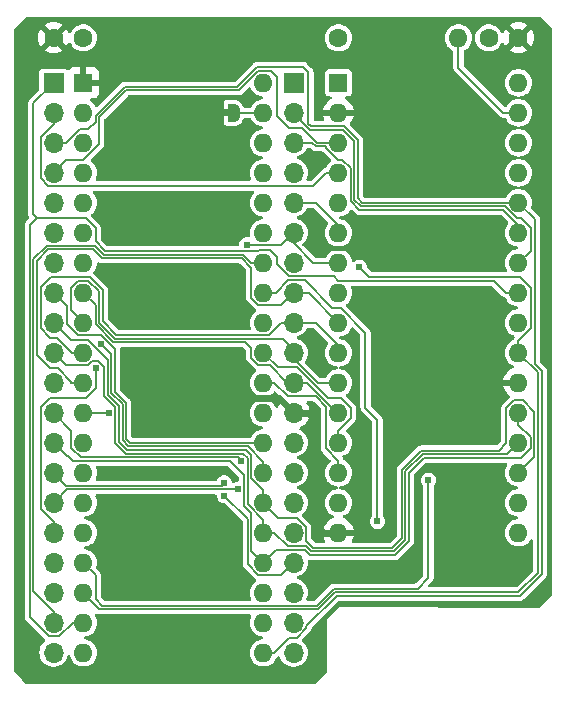
<source format=gbl>
G04 #@! TF.GenerationSoftware,KiCad,Pcbnew,7.0.2-0*
G04 #@! TF.CreationDate,2023-04-20T01:12:48+09:00*
G04 #@! TF.ProjectId,MEZ6809RAMI,4d455a36-3830-4395-9241-4d492e6b6963,A*
G04 #@! TF.SameCoordinates,PX5f5e100PY8f0d180*
G04 #@! TF.FileFunction,Copper,L2,Bot*
G04 #@! TF.FilePolarity,Positive*
%FSLAX46Y46*%
G04 Gerber Fmt 4.6, Leading zero omitted, Abs format (unit mm)*
G04 Created by KiCad (PCBNEW 7.0.2-0) date 2023-04-20 01:12:48*
%MOMM*%
%LPD*%
G01*
G04 APERTURE LIST*
G04 Aperture macros list*
%AMFreePoly0*
4,1,19,0.500000,-0.750000,0.000000,-0.750000,0.000000,-0.744911,-0.071157,-0.744911,-0.207708,-0.704816,-0.327430,-0.627875,-0.420627,-0.520320,-0.479746,-0.390866,-0.500000,-0.250000,-0.500000,0.250000,-0.479746,0.390866,-0.420627,0.520320,-0.327430,0.627875,-0.207708,0.704816,-0.071157,0.744911,0.000000,0.744911,0.000000,0.750000,0.500000,0.750000,0.500000,-0.750000,0.500000,-0.750000,
$1*%
%AMFreePoly1*
4,1,19,0.000000,0.744911,0.071157,0.744911,0.207708,0.704816,0.327430,0.627875,0.420627,0.520320,0.479746,0.390866,0.500000,0.250000,0.500000,-0.250000,0.479746,-0.390866,0.420627,-0.520320,0.327430,-0.627875,0.207708,-0.704816,0.071157,-0.744911,0.000000,-0.744911,0.000000,-0.750000,-0.500000,-0.750000,-0.500000,0.750000,0.000000,0.750000,0.000000,0.744911,0.000000,0.744911,
$1*%
G04 Aperture macros list end*
G04 #@! TA.AperFunction,ComponentPad*
%ADD10C,1.600000*%
G04 #@! TD*
G04 #@! TA.AperFunction,ComponentPad*
%ADD11R,1.600000X1.600000*%
G04 #@! TD*
G04 #@! TA.AperFunction,ComponentPad*
%ADD12O,1.600000X1.600000*%
G04 #@! TD*
G04 #@! TA.AperFunction,SMDPad,CuDef*
%ADD13FreePoly0,180.000000*%
G04 #@! TD*
G04 #@! TA.AperFunction,SMDPad,CuDef*
%ADD14FreePoly1,180.000000*%
G04 #@! TD*
G04 #@! TA.AperFunction,ComponentPad*
%ADD15R,1.700000X1.700000*%
G04 #@! TD*
G04 #@! TA.AperFunction,ComponentPad*
%ADD16O,1.700000X1.700000*%
G04 #@! TD*
G04 #@! TA.AperFunction,ViaPad*
%ADD17C,0.605000*%
G04 #@! TD*
G04 #@! TA.AperFunction,Conductor*
%ADD18C,0.600000*%
G04 #@! TD*
G04 #@! TA.AperFunction,Conductor*
%ADD19C,0.400000*%
G04 #@! TD*
G04 #@! TA.AperFunction,Conductor*
%ADD20C,0.152400*%
G04 #@! TD*
G04 APERTURE END LIST*
G04 #@! TA.AperFunction,EtchedComponent*
G36*
X18665000Y48595000D02*
G01*
X18165000Y48595000D01*
X18165000Y49195000D01*
X18665000Y49195000D01*
X18665000Y48595000D01*
G37*
G04 #@! TD.AperFunction*
D10*
X6332500Y55245000D03*
X3832500Y55245000D03*
D11*
X6347500Y51435000D03*
D12*
X6347500Y48895000D03*
X6347500Y46355000D03*
X6347500Y43815000D03*
X6347500Y41275000D03*
X6347500Y38735000D03*
X6347500Y36195000D03*
X6347500Y33655000D03*
X6347500Y31115000D03*
X6347500Y28575000D03*
X6347500Y26035000D03*
X6347500Y23495000D03*
X6347500Y20955000D03*
X6347500Y18415000D03*
X6347500Y15875000D03*
X6347500Y13335000D03*
X6347500Y10795000D03*
X6347500Y8255000D03*
X6347500Y5715000D03*
X6347500Y3175000D03*
X21587500Y3175000D03*
X21587500Y5715000D03*
X21587500Y8255000D03*
X21587500Y10795000D03*
X21587500Y13335000D03*
X21587500Y15875000D03*
X21587500Y18415000D03*
X21587500Y20955000D03*
X21587500Y23495000D03*
X21587500Y26035000D03*
X21587500Y28575000D03*
X21587500Y31115000D03*
X21587500Y33655000D03*
X21587500Y36195000D03*
X21587500Y38735000D03*
X21587500Y41275000D03*
X21587500Y43815000D03*
X21587500Y46355000D03*
X21587500Y48895000D03*
X21587500Y51435000D03*
D10*
X27940000Y55245000D03*
D12*
X38100000Y55245000D03*
D10*
X40662500Y55245000D03*
X43162500Y55245000D03*
D11*
X27937500Y51440000D03*
D12*
X27937500Y48900000D03*
X27937500Y46360000D03*
X27937500Y43820000D03*
X27937500Y41280000D03*
X27937500Y38740000D03*
X27937500Y36200000D03*
X27937500Y33660000D03*
X27937500Y31120000D03*
X27937500Y28580000D03*
X27937500Y26040000D03*
X27937500Y23500000D03*
X27937500Y20960000D03*
X27937500Y18420000D03*
X27937500Y15880000D03*
X27937500Y13340000D03*
X43177500Y13340000D03*
X43177500Y15880000D03*
X43177500Y18420000D03*
X43177500Y20960000D03*
X43177500Y23500000D03*
X43177500Y26040000D03*
X43177500Y28580000D03*
X43177500Y31120000D03*
X43177500Y33660000D03*
X43177500Y36200000D03*
X43177500Y38740000D03*
X43177500Y41280000D03*
X43177500Y43820000D03*
X43177500Y46360000D03*
X43177500Y48900000D03*
X43177500Y51440000D03*
D13*
X19065000Y48895000D03*
D14*
X17765000Y48895000D03*
D15*
X24132500Y51440000D03*
D16*
X24132500Y48900000D03*
X24132500Y46360000D03*
X24132500Y43820000D03*
X24132500Y41280000D03*
X24132500Y38740000D03*
X24132500Y36200000D03*
X24132500Y33660000D03*
X24132500Y31120000D03*
X24132500Y28580000D03*
X24132500Y26040000D03*
X24132500Y23500000D03*
X24132500Y20960000D03*
X24132500Y18420000D03*
X24132500Y15880000D03*
X24132500Y13340000D03*
X24132500Y10800000D03*
X24132500Y8260000D03*
X24132500Y5720000D03*
X24132500Y3180000D03*
D15*
X3812500Y51440000D03*
D16*
X3812500Y48900000D03*
X3812500Y46360000D03*
X3812500Y43820000D03*
X3812500Y41280000D03*
X3812500Y38740000D03*
X3812500Y36200000D03*
X3812500Y33660000D03*
X3812500Y31120000D03*
X3812500Y28580000D03*
X3812500Y26040000D03*
X3812500Y23500000D03*
X3812500Y20960000D03*
X3812500Y18420000D03*
X3812500Y15880000D03*
X3812500Y13340000D03*
X3812500Y10800000D03*
X3812500Y8260000D03*
X3812500Y5720000D03*
X3812500Y3180000D03*
D17*
X29845000Y22225000D03*
X18415000Y28575000D03*
X40640000Y31115000D03*
X9525000Y18415000D03*
X17780000Y41275000D03*
X41275000Y50800000D03*
X26289000Y27305000D03*
X17780000Y8255000D03*
X26035000Y22225000D03*
X10160000Y52070000D03*
X17780000Y52070000D03*
X43180000Y10160000D03*
X18415000Y31115000D03*
X18415000Y26035000D03*
X18415000Y27305000D03*
X17780000Y38735000D03*
X17780000Y35560000D03*
X26670000Y10160000D03*
X26035000Y45085000D03*
X10160000Y40005000D03*
X40640000Y33655000D03*
X1905000Y1905000D03*
X10160000Y8255000D03*
X10160000Y38735000D03*
X45085000Y8255000D03*
X26035000Y1905000D03*
X17780000Y40005000D03*
X40640000Y17145000D03*
X13970000Y35560000D03*
X40005000Y52070000D03*
X8890000Y33655000D03*
X41275000Y52070000D03*
X19685000Y31115000D03*
X26038000Y19688000D03*
X26035000Y38100000D03*
X17767500Y50152500D03*
X31115000Y33655000D03*
X33020000Y10160000D03*
X29845000Y19685000D03*
X17145000Y31115000D03*
X10160000Y41275000D03*
X31115000Y38119400D03*
X40640000Y38100000D03*
X7813400Y29330100D03*
X19710059Y19417559D03*
X18265400Y17548600D03*
X19418700Y17018000D03*
X29718000Y35814000D03*
X35560000Y17780000D03*
X20193000Y37718500D03*
X8516300Y23495000D03*
X7380459Y27305000D03*
X18288000Y16487400D03*
X31242000Y14305300D03*
D18*
X26672000Y13335000D02*
X26038000Y13970000D01*
D19*
X30460600Y37465000D02*
X31115000Y38119400D01*
D18*
X26035000Y22225000D02*
X26038000Y22228000D01*
X25398000Y23500000D02*
X24132500Y23500000D01*
X24132000Y23500000D02*
X22868000Y24765000D01*
X19685000Y24765000D02*
X18415000Y26035000D01*
X27937500Y13340000D02*
X26678000Y13340000D01*
X26038000Y19688000D02*
X26038000Y22222000D01*
X26038000Y22860000D02*
X25398000Y23500000D01*
D19*
X26035000Y38100000D02*
X26670000Y37465000D01*
D18*
X26678000Y13340000D02*
X26672000Y13335000D01*
D19*
X26670000Y37465000D02*
X30460600Y37465000D01*
D18*
X22868000Y24765000D02*
X19685000Y24765000D01*
X26038000Y22228000D02*
X26038000Y22860000D01*
X26038000Y13970000D02*
X26038000Y19688000D01*
X26038000Y22222000D02*
X26035000Y22225000D01*
D20*
X3398400Y4608100D02*
X4318300Y4608100D01*
X27922100Y34688900D02*
X27559000Y35052000D01*
X23751229Y35055900D02*
X22733000Y36074129D01*
X21125739Y37187900D02*
X8191152Y37187900D01*
X3812500Y51440000D02*
X2108700Y49736200D01*
X27559000Y35052000D02*
X25196052Y35052000D01*
X1796700Y39392800D02*
X1796700Y6209800D01*
X42148600Y33660000D02*
X41119700Y34688900D01*
X4318300Y4608100D02*
X5425200Y5715000D01*
X2108700Y49736200D02*
X2108700Y40315200D01*
X2108700Y40315200D02*
X2413900Y40010000D01*
X1796700Y6209800D02*
X3398400Y4608100D01*
X25196052Y35052000D02*
X25192152Y35055900D01*
X6532161Y40005000D02*
X2418900Y40005000D01*
X22157400Y37278600D02*
X21216439Y37278600D01*
X25192152Y35055900D02*
X23751229Y35055900D01*
X22733000Y36703000D02*
X22157400Y37278600D01*
X41119700Y34688900D02*
X27922100Y34688900D01*
X2413900Y40010000D02*
X1796700Y39392800D01*
X8191152Y37187900D02*
X7376100Y38002952D01*
X21216439Y37278600D02*
X21125739Y37187900D01*
X2418900Y40005000D02*
X2413900Y40010000D01*
X43177500Y33660000D02*
X42148600Y33660000D01*
X5425200Y5715000D02*
X6347500Y5715000D01*
X7376100Y38002952D02*
X7376100Y39161061D01*
X22733000Y36074129D02*
X22733000Y36703000D01*
X7376100Y39161061D02*
X6532161Y40005000D01*
X2719000Y43340700D02*
X2719000Y46839400D01*
X2719000Y46839400D02*
X3812500Y47932900D01*
X3329000Y42730700D02*
X2719000Y43340700D01*
X27937500Y43820000D02*
X26908600Y43820000D01*
X25819300Y42730700D02*
X3329000Y42730700D01*
X3812500Y47932900D02*
X3812500Y48900000D01*
X26908600Y43820000D02*
X25819300Y42730700D01*
X9829800Y51104800D02*
X19371587Y51104800D01*
X4891400Y46360000D02*
X6047300Y47515900D01*
X7376100Y48143100D02*
X7376100Y48651100D01*
X24387871Y4450000D02*
X25211100Y5273229D01*
X23784800Y4450000D02*
X24387871Y4450000D01*
X25400000Y47979104D02*
X25622804Y47756300D01*
X28426913Y47756300D02*
X29575700Y46607513D01*
X25211100Y5425996D02*
X27786104Y8001000D01*
X6047300Y47515900D02*
X6748900Y47515900D01*
X29967000Y41280000D02*
X43177500Y41280000D01*
X45144900Y9838900D02*
X45144900Y27043652D01*
X19371587Y51104800D02*
X21035187Y52768400D01*
X6748900Y47515900D02*
X7376100Y48143100D01*
X29575700Y41671300D02*
X29967000Y41280000D01*
X25622804Y47756300D02*
X28426913Y47756300D01*
X44577000Y39880500D02*
X43177500Y41280000D01*
X43307000Y8001000D02*
X45144900Y9838900D01*
X21587500Y3175000D02*
X22509800Y3175000D01*
X25211100Y5273229D02*
X25211100Y5425996D01*
X22509800Y3175000D02*
X23784800Y4450000D01*
X44577000Y27611552D02*
X44577000Y39880500D01*
X24961300Y52768400D02*
X25400000Y52329700D01*
X29575700Y46607513D02*
X29575700Y41671300D01*
X27786104Y8001000D02*
X43307000Y8001000D01*
X45144900Y27043652D02*
X44577000Y27611552D01*
X3812500Y46360000D02*
X4891400Y46360000D01*
X25400000Y52329700D02*
X25400000Y47979104D01*
X7376100Y48651100D02*
X9829800Y51104800D01*
X21035187Y52768400D02*
X24961300Y52768400D01*
X7680900Y48524848D02*
X7680900Y46233739D01*
X9956052Y50800000D02*
X7680900Y48524848D01*
X22212400Y52463600D02*
X21161439Y52463600D01*
X24892000Y47625000D02*
X23749000Y47625000D01*
X22733000Y51943000D02*
X22212400Y52463600D01*
X19497839Y50800000D02*
X9956052Y50800000D01*
X6316361Y44869200D02*
X4861700Y44869200D01*
X26157000Y46360000D02*
X24892000Y47625000D01*
X22733000Y48641000D02*
X22733000Y51943000D01*
X4861700Y44869200D02*
X3812500Y43820000D01*
X23749000Y47625000D02*
X22733000Y48641000D01*
X27937500Y46360000D02*
X26157000Y46360000D01*
X21161439Y52463600D02*
X19497839Y50800000D01*
X7680900Y46233739D02*
X6316361Y44869200D01*
X41905000Y48900000D02*
X43177500Y48900000D01*
X38100000Y55245000D02*
X38100000Y52705000D01*
X38100000Y52705000D02*
X41905000Y48900000D01*
X9657000Y21153948D02*
X9657000Y24201948D01*
X21587500Y19306500D02*
X20243800Y20650200D01*
X8712200Y28431300D02*
X7813400Y29330100D01*
X9657000Y24201948D02*
X8712200Y25146748D01*
X10160748Y20650200D02*
X9657000Y21153948D01*
X21587500Y18415000D02*
X21587500Y19306500D01*
X20243800Y20650200D02*
X10160748Y20650200D01*
X8712200Y25146748D02*
X8712200Y28431300D01*
X9017000Y25273000D02*
X9017000Y28877589D01*
X9017000Y28877589D02*
X7848989Y30045600D01*
X7848989Y30045600D02*
X5927200Y30045600D01*
X10287000Y20955000D02*
X9961800Y21280200D01*
X21587500Y20955000D02*
X10287000Y20955000D01*
X9961800Y21280200D02*
X9961800Y24328200D01*
X4970700Y31002100D02*
X4970700Y32501800D01*
X5927200Y30045600D02*
X4970700Y31002100D01*
X9961800Y24328200D02*
X9017000Y25273000D01*
X4970700Y32501800D02*
X3812500Y33660000D01*
X20558900Y19904048D02*
X20117548Y20345400D01*
X43598900Y24537000D02*
X42759839Y24537000D01*
X33299400Y12852400D02*
X32512000Y12065000D01*
X34931396Y20299500D02*
X33299400Y18667504D01*
X9352200Y24075696D02*
X8407400Y25020496D01*
X25781000Y12065000D02*
X25211100Y12634900D01*
X8407400Y25020496D02*
X8407400Y27970400D01*
X6718800Y29659000D02*
X5273500Y29659000D01*
X9352200Y21027696D02*
X9352200Y24075696D01*
X20117548Y20345400D02*
X10034496Y20345400D01*
X20558900Y17988939D02*
X20558900Y19904048D01*
X5273500Y29659000D02*
X3812500Y31120000D01*
X44535000Y23600900D02*
X43598900Y24537000D01*
X21587500Y16960339D02*
X20558900Y17988939D01*
X43177500Y18420000D02*
X44535000Y19777500D01*
X41508500Y20299500D02*
X34931396Y20299500D01*
X24387871Y14610000D02*
X22852500Y14610000D01*
X22852500Y14610000D02*
X21587500Y15875000D01*
X33299400Y18667504D02*
X33299400Y12852400D01*
X10034496Y20345400D02*
X9352200Y21027696D01*
X42759839Y24537000D02*
X42148900Y23926061D01*
X42148900Y23926061D02*
X42148900Y20939900D01*
X32512000Y12065000D02*
X25781000Y12065000D01*
X25211100Y12634900D02*
X25211100Y13786771D01*
X21587500Y15875000D02*
X21587500Y16960339D01*
X25211100Y13786771D02*
X24387871Y14610000D01*
X8407400Y27970400D02*
X6718800Y29659000D01*
X44535000Y19777500D02*
X44535000Y23600900D01*
X42148900Y20939900D02*
X41508500Y20299500D01*
X7600448Y27836100D02*
X7063261Y27836100D01*
X21587500Y14420339D02*
X20254100Y15753739D01*
X23661400Y12183400D02*
X25231548Y12183400D01*
X20254100Y19623900D02*
X19837400Y20040600D01*
X9908244Y20040600D02*
X9047400Y20901444D01*
X4846100Y27546400D02*
X3812500Y28580000D01*
X9047400Y23949444D02*
X8102600Y24894244D01*
X25231548Y12183400D02*
X25654748Y11760200D01*
X25654748Y11760200D02*
X32638252Y11760200D01*
X21587500Y13335000D02*
X22509800Y13335000D01*
X8102600Y27333948D02*
X7600448Y27836100D01*
X9047400Y20901444D02*
X9047400Y23949444D01*
X33604200Y12726148D02*
X33604200Y18541252D01*
X32638252Y11760200D02*
X33604200Y12726148D01*
X22509800Y13335000D02*
X23661400Y12183400D01*
X33604200Y18541252D02*
X35057648Y19994700D01*
X21587500Y13335000D02*
X21587500Y14420339D01*
X35057648Y19994700D02*
X42212200Y19994700D01*
X8102600Y24894244D02*
X8102600Y27333948D01*
X42212200Y19994700D02*
X43177500Y20960000D01*
X7063261Y27836100D02*
X6773561Y27546400D01*
X6773561Y27546400D02*
X4846100Y27546400D01*
X20254100Y15753739D02*
X20254100Y19623900D01*
X19837400Y20040600D02*
X9908244Y20040600D01*
X19710059Y19417559D02*
X19391818Y19735800D01*
X7281013Y19748400D02*
X6099439Y19748400D01*
X7293613Y19735800D02*
X7281013Y19748400D01*
X19391818Y19735800D02*
X7293613Y19735800D01*
X5318900Y20528939D02*
X5318900Y21993600D01*
X6099439Y19748400D02*
X5318900Y20528939D01*
X5318900Y21993600D02*
X3812500Y23500000D01*
X22671100Y11878600D02*
X25105296Y11878600D01*
X44217100Y20527100D02*
X44217100Y21431500D01*
X19949300Y15627487D02*
X20558900Y15017887D01*
X5448400Y19443600D02*
X7154761Y19443600D01*
X21587500Y10795000D02*
X22671100Y11878600D01*
X3812500Y20952500D02*
X4953000Y19812000D01*
X7154761Y19443600D02*
X7167361Y19431000D01*
X44217100Y21431500D02*
X43177500Y22471100D01*
X43379900Y19689900D02*
X44217100Y20527100D01*
X35183900Y19689900D02*
X43379900Y19689900D01*
X25105296Y11878600D02*
X25528496Y11455400D01*
X19949300Y18214200D02*
X19949300Y15627487D01*
X33909000Y18415000D02*
X35183900Y19689900D01*
X18732500Y19431000D02*
X19949300Y18214200D01*
X25528496Y11455400D02*
X32764504Y11455400D01*
X33909000Y12599896D02*
X33909000Y18415000D01*
X43177500Y22471100D02*
X43177500Y23500000D01*
X20558900Y11823600D02*
X21587500Y10795000D01*
X4953000Y19812000D02*
X5080000Y19812000D01*
X5080000Y19812000D02*
X5448400Y19443600D01*
X7167361Y19431000D02*
X18732500Y19431000D01*
X20558900Y15017887D02*
X20558900Y11823600D01*
X32764504Y11455400D02*
X33909000Y12599896D01*
X3812500Y20960000D02*
X3812500Y20952500D01*
X28982200Y23910400D02*
X28125300Y24767300D01*
X4909700Y17322800D02*
X3812500Y18420000D01*
X28125300Y24767300D02*
X27010298Y24767300D01*
X27937500Y20960000D02*
X27937500Y21988900D01*
X18039600Y17322800D02*
X4909700Y17322800D01*
X27010298Y24767300D02*
X24408498Y27369100D01*
X18265400Y17548600D02*
X18039600Y17322800D01*
X27937500Y21988900D02*
X28982200Y23033600D01*
X28982200Y23033600D02*
X28982200Y23910400D01*
X24408498Y27369100D02*
X22793400Y27369100D01*
X22793400Y27369100D02*
X21587500Y28575000D01*
X26908600Y20477800D02*
X26908600Y24006894D01*
X27937500Y18420000D02*
X27937500Y19448900D01*
X23648400Y24892000D02*
X22505400Y26035000D01*
X26908600Y24006894D02*
X26023494Y24892000D01*
X19418700Y17018000D02*
X4953000Y17018000D01*
X4953000Y17018000D02*
X3815000Y15880000D01*
X27937500Y19448900D02*
X26908600Y20477800D01*
X3815000Y15880000D02*
X3812500Y15880000D01*
X22505400Y26035000D02*
X21587500Y26035000D01*
X26023494Y24892000D02*
X23648400Y24892000D01*
X43180748Y8305800D02*
X44840100Y9965152D01*
X7696948Y6858000D02*
X26212052Y6858000D01*
X44840100Y26917400D02*
X43177500Y28580000D01*
X30538300Y34993700D02*
X41345500Y34993700D01*
X29718000Y35814000D02*
X30538300Y34993700D01*
X44214800Y30646200D02*
X43177500Y29608900D01*
X44214800Y34084400D02*
X44214800Y30646200D01*
X6347500Y8207448D02*
X7696948Y6858000D01*
X6347500Y8255000D02*
X6347500Y8207448D01*
X41345500Y34993700D02*
X41345900Y34994100D01*
X43305100Y34994100D02*
X44214800Y34084400D01*
X27659852Y8305800D02*
X43180748Y8305800D01*
X44840100Y9965152D02*
X44840100Y26917400D01*
X43177500Y29608900D02*
X43177500Y28580000D01*
X26212052Y6858000D02*
X27659852Y8305800D01*
X41345900Y34994100D02*
X43305100Y34994100D01*
X29840748Y40975200D02*
X42022348Y40975200D01*
X44207900Y37230400D02*
X43177500Y36200000D01*
X27533600Y8610600D02*
X26085800Y7162800D01*
X26085800Y7162800D02*
X7950200Y7162800D01*
X43051248Y39946300D02*
X43426300Y39946300D01*
X34645600Y8610600D02*
X27533600Y8610600D01*
X25496552Y47451500D02*
X28300661Y47451500D01*
X29270900Y41545048D02*
X29840748Y40975200D01*
X44207900Y39164700D02*
X44207900Y37230400D01*
X7376100Y7736900D02*
X7376100Y9766400D01*
X35560000Y17780000D02*
X35560000Y9525000D01*
X7376100Y9766400D02*
X6347500Y10795000D01*
X35560000Y9525000D02*
X34645600Y8610600D01*
X42022348Y40975200D02*
X43051248Y39946300D01*
X29270900Y46481261D02*
X29270900Y41545048D01*
X24132500Y48900000D02*
X24132500Y48815552D01*
X24132500Y48815552D02*
X25496552Y47451500D01*
X7950200Y7162800D02*
X7376100Y7736900D01*
X43426300Y39946300D02*
X44207900Y39164700D01*
X28300661Y47451500D02*
X29270900Y46481261D01*
X28966100Y44246061D02*
X28966100Y41418796D01*
X43177500Y39388996D02*
X43177500Y38740000D01*
X28966100Y41418796D02*
X29714496Y40670400D01*
X24132500Y46360000D02*
X25725948Y46360000D01*
X26842800Y46055200D02*
X26908900Y45989100D01*
X25725948Y46360000D02*
X26030748Y46055200D01*
X41896096Y40670400D02*
X43177500Y39388996D01*
X29714496Y40670400D02*
X41896096Y40670400D01*
X27910439Y44932400D02*
X28279761Y44932400D01*
X26030748Y46055200D02*
X26842800Y46055200D01*
X26908900Y45933939D02*
X27910439Y44932400D01*
X26908900Y45989100D02*
X26908900Y45933939D01*
X28279761Y44932400D02*
X28966100Y44246061D01*
X27937500Y38740000D02*
X27937500Y39372500D01*
X26030000Y41280000D02*
X24132500Y41280000D01*
X27937500Y39372500D02*
X26030000Y41280000D01*
X23098900Y37706400D02*
X24132500Y38740000D01*
X25776000Y36200000D02*
X24132500Y37843500D01*
X27937500Y36200000D02*
X25776000Y36200000D01*
X24132500Y37843500D02*
X24132500Y38740000D01*
X20205100Y37706400D02*
X23098900Y37706400D01*
X20193000Y37718500D02*
X20205100Y37706400D01*
X8516300Y23495000D02*
X6347500Y23495000D01*
X19759648Y36578300D02*
X20558900Y35779048D01*
X4150200Y27310000D02*
X3506700Y27310000D01*
X3506700Y27310000D02*
X2406900Y28409800D01*
X25014000Y33660000D02*
X24132500Y33660000D01*
X20558900Y33228939D02*
X21161439Y32626400D01*
X21161439Y32626400D02*
X23098900Y32626400D01*
X25402500Y33655000D02*
X25019000Y33655000D01*
X27937500Y31120000D02*
X25402500Y33655000D01*
X7169300Y37321100D02*
X7912100Y36578300D01*
X20558900Y35779048D02*
X20558900Y33228939D01*
X6347500Y26035000D02*
X5318600Y26035000D01*
X5318600Y26035000D02*
X5318600Y26141600D01*
X2406900Y36348200D02*
X3379800Y37321100D01*
X23098900Y32626400D02*
X24132500Y33660000D01*
X25019000Y33655000D02*
X25014000Y33660000D01*
X7912100Y36578300D02*
X19759648Y36578300D01*
X2406900Y28409800D02*
X2406900Y36348200D01*
X3379800Y37321100D02*
X7169300Y37321100D01*
X5318600Y26141600D02*
X4150200Y27310000D01*
X26030000Y31120000D02*
X27937500Y29212500D01*
X24132500Y31120000D02*
X26030000Y31120000D01*
X7985700Y33902513D02*
X6870013Y35018200D01*
X4143300Y29850000D02*
X5418300Y28575000D01*
X24132500Y31120000D02*
X23053600Y31120000D01*
X3611100Y35018200D02*
X2712100Y34119200D01*
X27937500Y29212500D02*
X27937500Y28580000D01*
X9129704Y30086400D02*
X7985700Y31230404D01*
X2712100Y30684400D02*
X3546500Y29850000D01*
X23053600Y31120000D02*
X22020000Y30086400D01*
X3546500Y29850000D02*
X4143300Y29850000D01*
X7985700Y31230404D02*
X7985700Y33902513D01*
X22020000Y30086400D02*
X9129704Y30086400D01*
X6870013Y35018200D02*
X3611100Y35018200D01*
X5418300Y28575000D02*
X6347500Y28575000D01*
X2712100Y34119200D02*
X2712100Y30684400D01*
X24132500Y28580000D02*
X24402300Y28580000D01*
X24402300Y28580000D02*
X23200700Y29781600D01*
X27937500Y26040000D02*
X26168650Y26040000D01*
X7680900Y31104152D02*
X7680900Y33776261D01*
X23200700Y29781600D02*
X9003452Y29781600D01*
X5909600Y34688100D02*
X5275900Y34054400D01*
X7680900Y33776261D02*
X6769061Y34688100D01*
X6769061Y34688100D02*
X5909600Y34688100D01*
X9003452Y29781600D02*
X7680900Y31104152D01*
X5275900Y32186600D02*
X6347500Y31115000D01*
X5275900Y34054400D02*
X5275900Y32186600D01*
X26168650Y26040000D02*
X24402300Y27806350D01*
X24402300Y27806350D02*
X24402300Y28580000D01*
X7376100Y32626400D02*
X6347500Y33655000D01*
X27937500Y23500000D02*
X27846546Y23500000D01*
X22110600Y27546400D02*
X21161439Y27546400D01*
X27846546Y23500000D02*
X25306546Y26040000D01*
X8877200Y29476800D02*
X7376100Y30977900D01*
X23617000Y26040000D02*
X22110600Y27546400D01*
X20053200Y29476800D02*
X8877200Y29476800D01*
X24132500Y26040000D02*
X24260500Y26040000D01*
X21161439Y27546400D02*
X20558900Y28148939D01*
X7376100Y30977900D02*
X7376100Y32626400D01*
X20558900Y28971100D02*
X20053200Y29476800D01*
X25306546Y26040000D02*
X24260500Y26040000D01*
X20558900Y28148939D02*
X20558900Y28971100D01*
X24260500Y26040000D02*
X23617000Y26040000D01*
X2712100Y23975400D02*
X2712100Y15384400D01*
X3812500Y14284000D02*
X3812500Y13340000D01*
X7380459Y27305000D02*
X7380459Y25559359D01*
X3508500Y24771800D02*
X2712100Y23975400D01*
X6592900Y24771800D02*
X3508500Y24771800D01*
X7380459Y25559359D02*
X6592900Y24771800D01*
X2712100Y15384400D02*
X3812500Y14284000D01*
X18288000Y16487400D02*
X20254100Y14521300D01*
X20254100Y14521300D02*
X20254100Y10669800D01*
X23091300Y9758800D02*
X24132500Y10800000D01*
X20254100Y10669800D02*
X21165100Y9758800D01*
X21165100Y9758800D02*
X23091300Y9758800D01*
X21587500Y36195000D02*
X20574000Y36195000D01*
X3812500Y6664000D02*
X3812500Y5720000D01*
X3253300Y37626200D02*
X2101800Y36474700D01*
X7321800Y37626200D02*
X3253300Y37626200D01*
X19885900Y36883100D02*
X8064900Y36883100D01*
X2101800Y36474700D02*
X2101800Y8374700D01*
X2101800Y8374700D02*
X3812500Y6664000D01*
X20574000Y36195000D02*
X19885900Y36883100D01*
X8064900Y36883100D02*
X7321800Y37626200D01*
X22616400Y33669900D02*
X22616400Y33655000D01*
X30226000Y30286600D02*
X28125300Y32387300D01*
X28125300Y32387300D02*
X27429700Y32387300D01*
X25065900Y34751100D02*
X23697600Y34751100D01*
X23697600Y34751100D02*
X22616400Y33669900D01*
X31242000Y22910052D02*
X30226000Y23926052D01*
X27429700Y32387300D02*
X25065900Y34751100D01*
X30226000Y23926052D02*
X30226000Y30286600D01*
X22616400Y33655000D02*
X21587500Y33655000D01*
X31242000Y14305300D02*
X31242000Y22910052D01*
X19065000Y48895000D02*
X21587500Y48895000D01*
G04 #@! TA.AperFunction,Conductor*
G36*
X17574083Y16571298D02*
G01*
X17620576Y16517642D01*
X17631043Y16480488D01*
X17649317Y16329980D01*
X17705549Y16181709D01*
X17731531Y16144069D01*
X17795633Y16051201D01*
X17914329Y15946045D01*
X18054742Y15872350D01*
X18208711Y15834400D01*
X18285365Y15834400D01*
X18353486Y15814398D01*
X18374460Y15797495D01*
X19790494Y14381460D01*
X19824520Y14319148D01*
X19827399Y14292365D01*
X19827400Y10700842D01*
X19826608Y10686735D01*
X19822882Y10653665D01*
X19832915Y10600632D01*
X19833703Y10595991D01*
X19842728Y10536119D01*
X19843727Y10533082D01*
X19872017Y10479553D01*
X19874138Y10475351D01*
X19900415Y10420786D01*
X19902240Y10418215D01*
X19906899Y10413556D01*
X19906900Y10413555D01*
X19945080Y10375375D01*
X19948323Y10372008D01*
X19989531Y10327597D01*
X20003831Y10316624D01*
X20841421Y9479034D01*
X20850837Y9468499D01*
X20871592Y9442473D01*
X20916220Y9412047D01*
X20920017Y9409352D01*
X20928275Y9403257D01*
X20971206Y9346712D01*
X20976751Y9275932D01*
X20943150Y9213391D01*
X20919785Y9194754D01*
X20891198Y9177054D01*
X20733627Y9033406D01*
X20605135Y8863258D01*
X20510094Y8672388D01*
X20451744Y8467313D01*
X20432071Y8255000D01*
X20451744Y8042688D01*
X20510095Y7837611D01*
X20542933Y7771662D01*
X20555391Y7701767D01*
X20528084Y7636232D01*
X20469681Y7595864D01*
X20430142Y7589500D01*
X8179135Y7589500D01*
X8111014Y7609502D01*
X8090040Y7626405D01*
X7839705Y7876740D01*
X7805679Y7939052D01*
X7802800Y7965835D01*
X7802800Y9735360D01*
X7803592Y9749467D01*
X7804858Y9760703D01*
X7807318Y9782536D01*
X7797282Y9835580D01*
X7796493Y9840224D01*
X7787468Y9900102D01*
X7786480Y9903104D01*
X7758182Y9956646D01*
X7756073Y9960821D01*
X7732639Y10009484D01*
X7732638Y10009485D01*
X7729780Y10015421D01*
X7727962Y10017983D01*
X7685144Y10060801D01*
X7681875Y10064194D01*
X7640672Y10108600D01*
X7626369Y10119576D01*
X7464732Y10281213D01*
X7430706Y10343525D01*
X7432636Y10404786D01*
X7483256Y10582690D01*
X7502929Y10795000D01*
X7483256Y11007310D01*
X7424905Y11212389D01*
X7329866Y11403255D01*
X7201372Y11573407D01*
X7043802Y11717052D01*
X7043801Y11717053D01*
X6862521Y11829298D01*
X6663698Y11906321D01*
X6477402Y11941146D01*
X6414119Y11973324D01*
X6378277Y12034609D01*
X6381258Y12105543D01*
X6422116Y12163605D01*
X6477401Y12188855D01*
X6663698Y12223679D01*
X6862519Y12300702D01*
X6870595Y12305702D01*
X6943730Y12350986D01*
X7043802Y12412948D01*
X7201372Y12556593D01*
X7329866Y12726745D01*
X7424905Y12917611D01*
X7483256Y13122690D01*
X7502929Y13335000D01*
X7483256Y13547310D01*
X7424905Y13752389D01*
X7329866Y13943255D01*
X7304383Y13976999D01*
X7289658Y13996499D01*
X7201372Y14113407D01*
X7043802Y14257052D01*
X7043801Y14257053D01*
X6862521Y14369298D01*
X6663698Y14446321D01*
X6477402Y14481146D01*
X6414119Y14513324D01*
X6378277Y14574609D01*
X6381258Y14645543D01*
X6422116Y14703605D01*
X6477401Y14728855D01*
X6663698Y14763679D01*
X6862519Y14840702D01*
X6870595Y14845702D01*
X6916205Y14873943D01*
X7043802Y14952948D01*
X7201372Y15096593D01*
X7329866Y15266745D01*
X7424905Y15457611D01*
X7483256Y15662690D01*
X7502929Y15875000D01*
X7483256Y16087310D01*
X7424905Y16292389D01*
X7366770Y16409141D01*
X7354313Y16479032D01*
X7381619Y16544567D01*
X7440022Y16584935D01*
X7479562Y16591300D01*
X17505962Y16591300D01*
X17574083Y16571298D01*
G37*
G04 #@! TD.AperFunction*
G04 #@! TA.AperFunction,Conductor*
G36*
X7696046Y36207427D02*
G01*
X7710464Y36196786D01*
X7710466Y36196786D01*
X7715766Y36192874D01*
X7718571Y36191457D01*
X7724869Y36189515D01*
X7724870Y36189514D01*
X7776479Y36173595D01*
X7780844Y36172159D01*
X7831875Y36154302D01*
X7831876Y36154302D01*
X7838098Y36152125D01*
X7841188Y36151600D01*
X7847785Y36151600D01*
X7901738Y36151600D01*
X7906449Y36151512D01*
X7960415Y36149493D01*
X7960415Y36149494D01*
X7966994Y36149247D01*
X7984867Y36151600D01*
X19530713Y36151600D01*
X19598834Y36131598D01*
X19619808Y36114695D01*
X20095294Y35639209D01*
X20129320Y35576897D01*
X20132199Y35550114D01*
X20132200Y33259981D01*
X20131408Y33245874D01*
X20127682Y33212804D01*
X20137715Y33159771D01*
X20138503Y33155130D01*
X20147528Y33095258D01*
X20148527Y33092221D01*
X20176817Y33038692D01*
X20178938Y33034490D01*
X20205215Y32979925D01*
X20207040Y32977354D01*
X20211699Y32972695D01*
X20211700Y32972694D01*
X20249880Y32934514D01*
X20253123Y32931147D01*
X20294331Y32886736D01*
X20308631Y32875763D01*
X20837760Y32346634D01*
X20847176Y32336099D01*
X20854879Y32326440D01*
X20867931Y32310073D01*
X20912544Y32279656D01*
X20916361Y32276948D01*
X20931881Y32265494D01*
X20974814Y32208950D01*
X20980361Y32138170D01*
X20946761Y32075628D01*
X20923393Y32056988D01*
X20891200Y32037055D01*
X20733627Y31893406D01*
X20605135Y31723258D01*
X20510094Y31532388D01*
X20451744Y31327313D01*
X20432071Y31115001D01*
X20451744Y30902688D01*
X20510095Y30697610D01*
X20511264Y30695262D01*
X20512103Y30690550D01*
X20513290Y30686381D01*
X20512868Y30686262D01*
X20523722Y30625367D01*
X20496415Y30559832D01*
X20438012Y30519464D01*
X20398473Y30513100D01*
X9358639Y30513100D01*
X9290518Y30533102D01*
X9269544Y30550005D01*
X8449305Y31370244D01*
X8415279Y31432556D01*
X8412400Y31459339D01*
X8412400Y33871465D01*
X8413192Y33885572D01*
X8413438Y33887757D01*
X8416919Y33918648D01*
X8406875Y33971727D01*
X8406092Y33976337D01*
X8398049Y34029706D01*
X8398047Y34029709D01*
X8397065Y34036230D01*
X8396089Y34039198D01*
X8393005Y34045034D01*
X8367767Y34092787D01*
X8365688Y34096905D01*
X8342239Y34145597D01*
X8342237Y34145600D01*
X8339379Y34151534D01*
X8337562Y34154096D01*
X8294744Y34196914D01*
X8291475Y34200307D01*
X8277408Y34215467D01*
X8254748Y34239889D01*
X8250272Y34244713D01*
X8235969Y34255689D01*
X7224557Y35267101D01*
X7190531Y35329413D01*
X7195596Y35400228D01*
X7213099Y35432123D01*
X7329866Y35586745D01*
X7424905Y35777611D01*
X7483256Y35982690D01*
X7495763Y36117676D01*
X7521965Y36183657D01*
X7579682Y36225001D01*
X7650588Y36228578D01*
X7696046Y36207427D01*
G37*
G04 #@! TD.AperFunction*
G04 #@! TA.AperFunction,Conductor*
G36*
X40958886Y34242198D02*
G01*
X40979860Y34225295D01*
X41824921Y33380234D01*
X41834337Y33369699D01*
X41855092Y33343673D01*
X41899705Y33313256D01*
X41903509Y33310558D01*
X41946964Y33278486D01*
X41946966Y33278486D01*
X41952266Y33274574D01*
X41955070Y33273158D01*
X41961367Y33271216D01*
X41961370Y33271214D01*
X42012990Y33255292D01*
X42017376Y33253849D01*
X42062428Y33238084D01*
X42120119Y33196704D01*
X42133601Y33175318D01*
X42195132Y33051747D01*
X42244892Y32985855D01*
X42323628Y32881593D01*
X42481197Y32737949D01*
X42481198Y32737948D01*
X42662478Y32625703D01*
X42698369Y32611799D01*
X42861302Y32548679D01*
X43047597Y32513855D01*
X43110880Y32481677D01*
X43146722Y32420392D01*
X43143741Y32349458D01*
X43102884Y32291396D01*
X43047595Y32266147D01*
X42861306Y32231323D01*
X42662478Y32154298D01*
X42481198Y32042053D01*
X42323627Y31898406D01*
X42195135Y31728258D01*
X42100094Y31537388D01*
X42041744Y31332313D01*
X42022071Y31120000D01*
X42041744Y30907688D01*
X42100094Y30702613D01*
X42195135Y30511743D01*
X42257529Y30429122D01*
X42323628Y30341593D01*
X42472473Y30205902D01*
X42481198Y30197948D01*
X42662480Y30085702D01*
X42706802Y30068532D01*
X42770411Y30043890D01*
X42826706Y30000632D01*
X42850677Y29933805D01*
X42834714Y29864626D01*
X42826276Y29851580D01*
X42792084Y29805251D01*
X42790651Y29802411D01*
X42772800Y29744545D01*
X42771329Y29740076D01*
X42756689Y29698234D01*
X42715312Y29640541D01*
X42683277Y29622355D01*
X42662480Y29614299D01*
X42481198Y29502053D01*
X42323627Y29358406D01*
X42195135Y29188258D01*
X42100094Y28997388D01*
X42041744Y28792313D01*
X42022071Y28580001D01*
X42041744Y28367688D01*
X42100094Y28162613D01*
X42195135Y27971743D01*
X42204991Y27958692D01*
X42323628Y27801593D01*
X42481198Y27657948D01*
X42662481Y27545702D01*
X42744603Y27513888D01*
X42800898Y27470630D01*
X42824869Y27403803D01*
X42808906Y27334624D01*
X42758076Y27285058D01*
X42731706Y27274692D01*
X42728432Y27273815D01*
X42521001Y27177088D01*
X42333518Y27045811D01*
X42171689Y26883982D01*
X42040412Y26696499D01*
X41943686Y26489071D01*
X41891417Y26294000D01*
X42865814Y26294000D01*
X42849859Y26278045D01*
X42792335Y26165148D01*
X42772514Y26040000D01*
X42792335Y25914852D01*
X42849859Y25801955D01*
X42865814Y25786000D01*
X41891418Y25786000D01*
X41943686Y25590930D01*
X42040412Y25383502D01*
X42171689Y25196019D01*
X42333518Y25034190D01*
X42396556Y24990050D01*
X42440884Y24934593D01*
X42448193Y24863973D01*
X42428285Y24824595D01*
X42431951Y24822478D01*
X42426677Y24813347D01*
X42406664Y24787272D01*
X41869131Y24249739D01*
X41858598Y24240325D01*
X41832572Y24219570D01*
X41802160Y24174964D01*
X41799436Y24171125D01*
X41763484Y24122411D01*
X41762051Y24119572D01*
X41744200Y24061706D01*
X41742730Y24057238D01*
X41722733Y24000087D01*
X41722200Y23996944D01*
X41722200Y23936414D01*
X41722112Y23931703D01*
X41719846Y23871165D01*
X41722200Y23853295D01*
X41722200Y21168837D01*
X41702198Y21100716D01*
X41685296Y21079742D01*
X41368660Y20763105D01*
X41306347Y20729080D01*
X41279564Y20726200D01*
X34962445Y20726200D01*
X34948338Y20726992D01*
X34927848Y20729301D01*
X34915261Y20730719D01*
X34915260Y20730719D01*
X34862186Y20720678D01*
X34857568Y20719894D01*
X34828348Y20715489D01*
X34797705Y20710870D01*
X34794675Y20709873D01*
X34741148Y20681583D01*
X34736945Y20679461D01*
X34682387Y20653187D01*
X34679804Y20651354D01*
X34636980Y20608531D01*
X34633590Y20605265D01*
X34589196Y20564072D01*
X34578221Y20549772D01*
X33019631Y18991182D01*
X33009098Y18981768D01*
X32983072Y18961013D01*
X32952660Y18916407D01*
X32949936Y18912568D01*
X32913984Y18863854D01*
X32912551Y18861015D01*
X32894700Y18803149D01*
X32893230Y18798681D01*
X32873233Y18741530D01*
X32872699Y18738387D01*
X32872700Y18677857D01*
X32872612Y18673146D01*
X32870346Y18612608D01*
X32872700Y18594738D01*
X32872700Y13081336D01*
X32852698Y13013215D01*
X32835795Y12992241D01*
X32372158Y12528604D01*
X32309848Y12494580D01*
X32283065Y12491700D01*
X29182331Y12491700D01*
X29114210Y12511702D01*
X29067717Y12565358D01*
X29057613Y12635632D01*
X29072185Y12672459D01*
X29069929Y12673511D01*
X29171313Y12890930D01*
X29223582Y13086000D01*
X28249186Y13086000D01*
X28265141Y13101955D01*
X28322665Y13214852D01*
X28342486Y13340000D01*
X28322665Y13465148D01*
X28265141Y13578045D01*
X28249186Y13594000D01*
X29223582Y13594000D01*
X29171313Y13789071D01*
X29074587Y13996499D01*
X28943310Y14183982D01*
X28781481Y14345811D01*
X28593998Y14477088D01*
X28386566Y14573816D01*
X28383295Y14574692D01*
X28378767Y14577453D01*
X28376580Y14578472D01*
X28376693Y14578717D01*
X28322674Y14611646D01*
X28291656Y14675508D01*
X28300087Y14746002D01*
X28345293Y14800747D01*
X28370389Y14813886D01*
X28452519Y14845702D01*
X28633802Y14957948D01*
X28791372Y15101593D01*
X28919866Y15271745D01*
X29014905Y15462611D01*
X29073256Y15667690D01*
X29092929Y15880000D01*
X29073256Y16092310D01*
X29014905Y16297389D01*
X28919866Y16488255D01*
X28791372Y16658407D01*
X28633802Y16802052D01*
X28633801Y16802053D01*
X28452521Y16914298D01*
X28253698Y16991321D01*
X28253697Y16991321D01*
X28067402Y17026146D01*
X28004119Y17058324D01*
X27968277Y17119609D01*
X27971258Y17190543D01*
X28012116Y17248605D01*
X28067401Y17273855D01*
X28253698Y17308679D01*
X28452519Y17385702D01*
X28633802Y17497948D01*
X28791372Y17641593D01*
X28919866Y17811745D01*
X29014905Y18002611D01*
X29073256Y18207690D01*
X29092929Y18420000D01*
X29073256Y18632310D01*
X29014905Y18837389D01*
X28919866Y19028255D01*
X28905867Y19046792D01*
X28868046Y19096875D01*
X28791372Y19198407D01*
X28633802Y19342052D01*
X28633801Y19342053D01*
X28452517Y19454300D01*
X28431156Y19462575D01*
X28374861Y19505835D01*
X28352080Y19561290D01*
X28348868Y19582601D01*
X28347880Y19585604D01*
X28319582Y19639146D01*
X28317473Y19643321D01*
X28294039Y19691984D01*
X28294038Y19691985D01*
X28285797Y19709099D01*
X28288805Y19710548D01*
X28271051Y19746167D01*
X28278760Y19816744D01*
X28323401Y19871949D01*
X28349568Y19885820D01*
X28452519Y19925702D01*
X28633802Y20037948D01*
X28791372Y20181593D01*
X28919866Y20351745D01*
X29014905Y20542611D01*
X29073256Y20747690D01*
X29092929Y20960000D01*
X29073256Y21172310D01*
X29014905Y21377389D01*
X28919866Y21568255D01*
X28791372Y21738407D01*
X28633802Y21882052D01*
X28626851Y21888389D01*
X28589985Y21949064D01*
X28591774Y22020038D01*
X28622640Y22070597D01*
X29261977Y22709934D01*
X29272492Y22719332D01*
X29298527Y22740092D01*
X29328971Y22784748D01*
X29331617Y22788477D01*
X29363714Y22831964D01*
X29363715Y22831967D01*
X29367635Y22837278D01*
X29369040Y22840062D01*
X29371547Y22848190D01*
X29386900Y22897967D01*
X29388340Y22902345D01*
X29406198Y22953375D01*
X29406198Y22953381D01*
X29408375Y22959601D01*
X29408900Y22962686D01*
X29408900Y23023239D01*
X29408988Y23027950D01*
X29411253Y23088492D01*
X29408900Y23106366D01*
X29408900Y23428111D01*
X29408900Y23879370D01*
X29409689Y23893440D01*
X29413419Y23926535D01*
X29403375Y23979614D01*
X29402592Y23984224D01*
X29394549Y24037593D01*
X29394547Y24037596D01*
X29393565Y24044117D01*
X29392589Y24047085D01*
X29387223Y24057238D01*
X29364267Y24100674D01*
X29362188Y24104792D01*
X29338739Y24153484D01*
X29338737Y24153487D01*
X29335879Y24159421D01*
X29334062Y24161983D01*
X29291244Y24204801D01*
X29287975Y24208194D01*
X29277420Y24219569D01*
X29251248Y24247776D01*
X29246772Y24252600D01*
X29232469Y24263576D01*
X28588360Y24907685D01*
X28554334Y24969997D01*
X28559399Y25040812D01*
X28601946Y25097648D01*
X28611119Y25103904D01*
X28633802Y25117948D01*
X28791372Y25261593D01*
X28919866Y25431745D01*
X29014905Y25622611D01*
X29073256Y25827690D01*
X29092929Y26040000D01*
X29073256Y26252310D01*
X29014905Y26457389D01*
X28919866Y26648255D01*
X28791372Y26818407D01*
X28633802Y26962052D01*
X28633801Y26962053D01*
X28452521Y27074298D01*
X28253698Y27151321D01*
X28233284Y27155137D01*
X28067402Y27186146D01*
X28004119Y27218324D01*
X27968277Y27279609D01*
X27971258Y27350543D01*
X28012116Y27408605D01*
X28067401Y27433855D01*
X28253698Y27468679D01*
X28452519Y27545702D01*
X28633802Y27657948D01*
X28791372Y27801593D01*
X28919866Y27971745D01*
X29014905Y28162611D01*
X29073256Y28367690D01*
X29092929Y28580000D01*
X29073256Y28792310D01*
X29014905Y28997389D01*
X28919866Y29188255D01*
X28910299Y29200923D01*
X28869952Y29254351D01*
X28791372Y29358407D01*
X28633802Y29502052D01*
X28633801Y29502053D01*
X28452521Y29614298D01*
X28253693Y29691323D01*
X28067404Y29726147D01*
X28004118Y29758326D01*
X27968277Y29819611D01*
X27971258Y29890545D01*
X28012116Y29948606D01*
X28067399Y29973854D01*
X28253698Y30008679D01*
X28452519Y30085702D01*
X28633802Y30197948D01*
X28791372Y30341593D01*
X28919866Y30511745D01*
X29000552Y30673787D01*
X29048820Y30725849D01*
X29117574Y30743552D01*
X29184985Y30721273D01*
X29202437Y30706718D01*
X29762394Y30146761D01*
X29796420Y30084449D01*
X29799299Y30057666D01*
X29799300Y23957094D01*
X29798508Y23942987D01*
X29794782Y23909917D01*
X29804815Y23856884D01*
X29805603Y23852243D01*
X29814628Y23792371D01*
X29815627Y23789334D01*
X29843917Y23735805D01*
X29846038Y23731603D01*
X29872315Y23677038D01*
X29874140Y23674467D01*
X29878799Y23669808D01*
X29878800Y23669807D01*
X29916980Y23631627D01*
X29920223Y23628260D01*
X29961431Y23583849D01*
X29975731Y23572876D01*
X30778395Y22770212D01*
X30812421Y22707900D01*
X30815300Y22681117D01*
X30815300Y14856384D01*
X30795298Y14788263D01*
X30772855Y14762073D01*
X30749635Y14741502D01*
X30659549Y14610992D01*
X30603317Y14462720D01*
X30584203Y14305300D01*
X30603317Y14147881D01*
X30659549Y13999609D01*
X30694008Y13949687D01*
X30749633Y13869101D01*
X30868329Y13763945D01*
X31008742Y13690250D01*
X31162711Y13652300D01*
X31162713Y13652300D01*
X31321287Y13652300D01*
X31321289Y13652300D01*
X31475258Y13690250D01*
X31615671Y13763945D01*
X31734367Y13869101D01*
X31824449Y13999607D01*
X31880682Y14147879D01*
X31899796Y14305300D01*
X31880682Y14462721D01*
X31851281Y14540245D01*
X31824450Y14610992D01*
X31790370Y14660365D01*
X31734367Y14741499D01*
X31711144Y14762073D01*
X31673420Y14822217D01*
X31668699Y14856377D01*
X31668700Y22879013D01*
X31669492Y22893119D01*
X31670537Y22902396D01*
X31673218Y22926187D01*
X31663179Y22979244D01*
X31662395Y22983858D01*
X31658748Y23008054D01*
X31654349Y23037245D01*
X31654348Y23037246D01*
X31653368Y23043752D01*
X31652379Y23046758D01*
X31624082Y23100298D01*
X31621973Y23104473D01*
X31598539Y23153136D01*
X31598538Y23153137D01*
X31595680Y23159073D01*
X31593862Y23161635D01*
X31551044Y23204453D01*
X31547775Y23207846D01*
X31506572Y23252252D01*
X31492269Y23263228D01*
X30689605Y24065892D01*
X30655579Y24128204D01*
X30652700Y24154987D01*
X30652700Y30255560D01*
X30653492Y30269667D01*
X30653546Y30270150D01*
X30657218Y30302736D01*
X30647182Y30355780D01*
X30646393Y30360424D01*
X30637368Y30420302D01*
X30636380Y30423304D01*
X30608082Y30476846D01*
X30605973Y30481021D01*
X30582539Y30529684D01*
X30582538Y30529685D01*
X30579680Y30535621D01*
X30577862Y30538183D01*
X30535044Y30581001D01*
X30531775Y30584394D01*
X30490572Y30628800D01*
X30476269Y30639776D01*
X28588360Y32527685D01*
X28554334Y32589997D01*
X28559399Y32660812D01*
X28601946Y32717648D01*
X28611119Y32723904D01*
X28633802Y32737948D01*
X28791372Y32881593D01*
X28919866Y33051745D01*
X29014905Y33242611D01*
X29073256Y33447690D01*
X29092929Y33660000D01*
X29073256Y33872310D01*
X29014905Y34077389D01*
X29013585Y34080039D01*
X29012637Y34085358D01*
X29011710Y34088618D01*
X29012039Y34088712D01*
X29001128Y34149932D01*
X29028435Y34215467D01*
X29086838Y34255835D01*
X29126377Y34262200D01*
X40890765Y34262200D01*
X40958886Y34242198D01*
G37*
G04 #@! TD.AperFunction*
G04 #@! TA.AperFunction,Conductor*
G36*
X42187635Y19243198D02*
G01*
X42234128Y19189542D01*
X42244232Y19119268D01*
X42220064Y19061268D01*
X42195135Y19028258D01*
X42100094Y18837388D01*
X42041744Y18632313D01*
X42022071Y18420001D01*
X42041744Y18207688D01*
X42100094Y18002613D01*
X42195135Y17811743D01*
X42237334Y17755864D01*
X42323628Y17641593D01*
X42425636Y17548600D01*
X42481198Y17497948D01*
X42662478Y17385703D01*
X42704099Y17369579D01*
X42861302Y17308679D01*
X43047596Y17273855D01*
X43110880Y17241676D01*
X43146722Y17180391D01*
X43143741Y17109457D01*
X43102883Y17051395D01*
X43047596Y17026146D01*
X42949462Y17007801D01*
X42861301Y16991321D01*
X42662478Y16914298D01*
X42481198Y16802053D01*
X42323627Y16658406D01*
X42195135Y16488258D01*
X42100094Y16297388D01*
X42041744Y16092313D01*
X42022071Y15880000D01*
X42041744Y15667688D01*
X42100094Y15462613D01*
X42195135Y15271743D01*
X42198911Y15266743D01*
X42323628Y15101593D01*
X42394812Y15036700D01*
X42481198Y14957948D01*
X42662478Y14845703D01*
X42704099Y14829580D01*
X42861302Y14768679D01*
X43047596Y14733855D01*
X43110880Y14701676D01*
X43146722Y14640391D01*
X43143741Y14569457D01*
X43102883Y14511395D01*
X43047596Y14486146D01*
X42949462Y14467801D01*
X42861301Y14451321D01*
X42662478Y14374298D01*
X42481198Y14262053D01*
X42323627Y14118406D01*
X42195135Y13948258D01*
X42100094Y13757388D01*
X42041744Y13552313D01*
X42022071Y13340000D01*
X42041744Y13127688D01*
X42100094Y12922613D01*
X42195135Y12731743D01*
X42215186Y12705192D01*
X42323628Y12561593D01*
X42434973Y12460088D01*
X42481198Y12417948D01*
X42662478Y12305703D01*
X42678893Y12299344D01*
X42861302Y12228679D01*
X43070890Y12189500D01*
X43070892Y12189500D01*
X43284108Y12189500D01*
X43284110Y12189500D01*
X43493698Y12228679D01*
X43692519Y12305702D01*
X43698657Y12309502D01*
X43809080Y12377874D01*
X43873802Y12417948D01*
X44031372Y12561593D01*
X44159866Y12731745D01*
X44174609Y12761355D01*
X44222877Y12813418D01*
X44291632Y12831121D01*
X44359042Y12808842D01*
X44403707Y12753656D01*
X44413400Y12705192D01*
X44413400Y10194087D01*
X44393398Y10125966D01*
X44376495Y10104992D01*
X43040908Y8769405D01*
X42978596Y8735379D01*
X42951813Y8732500D01*
X35675136Y8732500D01*
X35607015Y8752502D01*
X35560522Y8806158D01*
X35550418Y8876432D01*
X35579912Y8941012D01*
X35586040Y8947595D01*
X35763821Y9125377D01*
X35839781Y9201338D01*
X35850297Y9210736D01*
X35876327Y9231492D01*
X35906771Y9276148D01*
X35909417Y9279877D01*
X35941514Y9323364D01*
X35941515Y9323367D01*
X35945435Y9328678D01*
X35946840Y9331462D01*
X35948874Y9338055D01*
X35964700Y9389367D01*
X35966140Y9393745D01*
X35983998Y9444775D01*
X35983998Y9444781D01*
X35986175Y9451001D01*
X35986700Y9454086D01*
X35986700Y9514639D01*
X35986788Y9519350D01*
X35986986Y9524644D01*
X35988807Y9573315D01*
X35988806Y9573316D01*
X35989053Y9579892D01*
X35986700Y9597766D01*
X35986700Y17228918D01*
X36006702Y17297039D01*
X36029148Y17323231D01*
X36052367Y17343801D01*
X36142449Y17474307D01*
X36198682Y17622579D01*
X36217796Y17780000D01*
X36198682Y17937421D01*
X36160744Y18037455D01*
X36142450Y18085692D01*
X36125220Y18110654D01*
X36052367Y18216199D01*
X35933671Y18321355D01*
X35863464Y18358203D01*
X35793259Y18395050D01*
X35741935Y18407700D01*
X35639289Y18433000D01*
X35480711Y18433000D01*
X35407686Y18415001D01*
X35326740Y18395050D01*
X35186329Y18321355D01*
X35081577Y18228552D01*
X35067633Y18216199D01*
X35058307Y18202688D01*
X34977549Y18085692D01*
X34921317Y17937420D01*
X34902203Y17780001D01*
X34921317Y17622581D01*
X34977549Y17474309D01*
X34997987Y17444700D01*
X35067633Y17343801D01*
X35090488Y17323553D01*
X35090852Y17323231D01*
X35128578Y17263088D01*
X35133300Y17228918D01*
X35133300Y9753937D01*
X35113298Y9685816D01*
X35096396Y9664842D01*
X34505760Y9074205D01*
X34443447Y9040180D01*
X34416664Y9037300D01*
X27564641Y9037300D01*
X27550534Y9038092D01*
X27517461Y9041819D01*
X27464408Y9031782D01*
X27459771Y9030994D01*
X27399917Y9021971D01*
X27396880Y9020972D01*
X27343352Y8992682D01*
X27339149Y8990561D01*
X27284591Y8964287D01*
X27282008Y8962454D01*
X27239184Y8919631D01*
X27235794Y8916365D01*
X27191402Y8875174D01*
X27180425Y8860872D01*
X25945958Y7626404D01*
X25883648Y7592380D01*
X25856865Y7589500D01*
X25343224Y7589500D01*
X25275103Y7609502D01*
X25228610Y7663158D01*
X25218506Y7733432D01*
X25230434Y7771663D01*
X25256728Y7824470D01*
X25260468Y7837614D01*
X25317615Y8038464D01*
X25338143Y8260000D01*
X25317615Y8481536D01*
X25256729Y8695528D01*
X25157558Y8894689D01*
X25023481Y9072236D01*
X24859062Y9222124D01*
X24859059Y9222126D01*
X24859058Y9222127D01*
X24669905Y9339246D01*
X24564726Y9379992D01*
X24480788Y9412510D01*
X24424496Y9455768D01*
X24400525Y9522595D01*
X24416489Y9591774D01*
X24467319Y9641339D01*
X24480779Y9647487D01*
X24669901Y9720753D01*
X24669902Y9720755D01*
X24669905Y9720755D01*
X24769684Y9782536D01*
X24859062Y9837876D01*
X25023481Y9987764D01*
X25157558Y10165311D01*
X25256729Y10364472D01*
X25317615Y10578464D01*
X25338143Y10800000D01*
X25338142Y10800004D01*
X25338143Y10800006D01*
X25329704Y10891074D01*
X25343335Y10960749D01*
X25392471Y11011995D01*
X25455166Y11028700D01*
X25464181Y11028700D01*
X25518161Y11028700D01*
X25522872Y11028612D01*
X25576811Y11026594D01*
X25576811Y11026595D01*
X25583391Y11026348D01*
X25601259Y11028700D01*
X32733463Y11028700D01*
X32747570Y11027908D01*
X32780639Y11024182D01*
X32833704Y11034223D01*
X32838282Y11035001D01*
X32891697Y11043051D01*
X32891700Y11043053D01*
X32898211Y11044034D01*
X32901202Y11045018D01*
X32907022Y11048095D01*
X32907026Y11048095D01*
X32954783Y11073337D01*
X32958920Y11075425D01*
X33007588Y11098861D01*
X33007589Y11098863D01*
X33013540Y11101728D01*
X33016075Y11103527D01*
X33020746Y11108199D01*
X33020749Y11108200D01*
X33058941Y11146394D01*
X33062279Y11149609D01*
X33101880Y11186352D01*
X33101881Y11186355D01*
X33106708Y11190833D01*
X33117679Y11205132D01*
X34188777Y12276230D01*
X34199292Y12285628D01*
X34225327Y12306388D01*
X34255771Y12351044D01*
X34258417Y12354773D01*
X34290514Y12398260D01*
X34290515Y12398263D01*
X34294435Y12403574D01*
X34295840Y12406358D01*
X34299415Y12417948D01*
X34313700Y12464263D01*
X34315140Y12468641D01*
X34332998Y12519671D01*
X34332998Y12519677D01*
X34335175Y12525897D01*
X34335700Y12528982D01*
X34335700Y12589535D01*
X34335788Y12594246D01*
X34338053Y12654788D01*
X34335700Y12672662D01*
X34335700Y18186065D01*
X34355702Y18254186D01*
X34372605Y18275160D01*
X35323740Y19226295D01*
X35386052Y19260321D01*
X35412835Y19263200D01*
X42119514Y19263200D01*
X42187635Y19243198D01*
G37*
G04 #@! TD.AperFunction*
G04 #@! TA.AperFunction,Conductor*
G36*
X19892386Y29030098D02*
G01*
X19913360Y29013195D01*
X20095295Y28831260D01*
X20129321Y28768948D01*
X20132200Y28742165D01*
X20132200Y28179981D01*
X20131408Y28165874D01*
X20127682Y28132804D01*
X20137715Y28079771D01*
X20138503Y28075130D01*
X20147528Y28015258D01*
X20148527Y28012221D01*
X20176817Y27958692D01*
X20178938Y27954490D01*
X20205215Y27899925D01*
X20207040Y27897354D01*
X20211699Y27892695D01*
X20211700Y27892694D01*
X20249880Y27854514D01*
X20253123Y27851147D01*
X20287864Y27813705D01*
X20294331Y27806736D01*
X20308631Y27795763D01*
X20837760Y27266634D01*
X20847176Y27256099D01*
X20867931Y27230073D01*
X20912544Y27199656D01*
X20916361Y27196948D01*
X20931881Y27185494D01*
X20974814Y27128950D01*
X20980361Y27058170D01*
X20946761Y26995628D01*
X20923393Y26976988D01*
X20891200Y26957055D01*
X20733627Y26813406D01*
X20605135Y26643258D01*
X20510094Y26452388D01*
X20451744Y26247313D01*
X20432071Y26035000D01*
X20451744Y25822688D01*
X20510094Y25617613D01*
X20605135Y25426743D01*
X20633171Y25389618D01*
X20733628Y25256593D01*
X20844324Y25155680D01*
X20891198Y25112948D01*
X21072478Y25000703D01*
X21072481Y25000702D01*
X21271302Y24923679D01*
X21457596Y24888855D01*
X21520880Y24856676D01*
X21556722Y24795391D01*
X21553741Y24724457D01*
X21512883Y24666395D01*
X21457596Y24641146D01*
X21376543Y24625994D01*
X21271301Y24606321D01*
X21072478Y24529298D01*
X20891198Y24417053D01*
X20733627Y24273406D01*
X20605135Y24103258D01*
X20510094Y23912388D01*
X20451744Y23707313D01*
X20432071Y23495001D01*
X20451744Y23282688D01*
X20510094Y23077613D01*
X20605135Y22886743D01*
X20654029Y22821998D01*
X20733628Y22716593D01*
X20792375Y22663038D01*
X20891198Y22572948D01*
X21072478Y22460703D01*
X21072481Y22460702D01*
X21271302Y22383679D01*
X21457596Y22348855D01*
X21520880Y22316676D01*
X21556722Y22255391D01*
X21553741Y22184457D01*
X21512883Y22126395D01*
X21457596Y22101146D01*
X21345393Y22080171D01*
X21271301Y22066321D01*
X21072478Y21989298D01*
X20891198Y21877053D01*
X20733627Y21733406D01*
X20605135Y21563258D01*
X20605134Y21563255D01*
X20549504Y21451536D01*
X20501237Y21399474D01*
X20436715Y21381700D01*
X10515935Y21381700D01*
X10447814Y21401702D01*
X10426840Y21418605D01*
X10425404Y21420041D01*
X10391378Y21482353D01*
X10388499Y21509127D01*
X10388499Y24297165D01*
X10389292Y24311275D01*
X10389400Y24312236D01*
X10393018Y24344335D01*
X10382979Y24397392D01*
X10382195Y24402006D01*
X10381499Y24406622D01*
X10374149Y24455393D01*
X10374148Y24455394D01*
X10373168Y24461900D01*
X10372179Y24464904D01*
X10369105Y24470720D01*
X10369105Y24470722D01*
X10343869Y24518471D01*
X10341765Y24522637D01*
X10318339Y24571284D01*
X10318336Y24571287D01*
X10315478Y24577223D01*
X10313661Y24579784D01*
X10270844Y24622601D01*
X10267575Y24625994D01*
X10226372Y24670400D01*
X10212069Y24681376D01*
X9480605Y25412840D01*
X9446579Y25475152D01*
X9443700Y25501935D01*
X9443700Y28846549D01*
X9444492Y28860656D01*
X9448218Y28893724D01*
X9446902Y28900675D01*
X9453892Y28971327D01*
X9497968Y29026985D01*
X9565139Y29049977D01*
X9570706Y29050100D01*
X19824265Y29050100D01*
X19892386Y29030098D01*
G37*
G04 #@! TD.AperFunction*
G04 #@! TA.AperFunction,Conductor*
G36*
X22646584Y25290371D02*
G01*
X23235130Y24701825D01*
X23269156Y24639513D01*
X23264091Y24568698D01*
X23223426Y24513299D01*
X23209599Y24502538D01*
X23057178Y24336963D01*
X22934080Y24148549D01*
X22861099Y23982170D01*
X22815418Y23927822D01*
X22747605Y23906798D01*
X22679192Y23925775D01*
X22632922Y23976620D01*
X22569866Y24103255D01*
X22568671Y24104837D01*
X22521996Y24166645D01*
X22441372Y24273407D01*
X22283802Y24417052D01*
X22283801Y24417053D01*
X22102521Y24529298D01*
X21903698Y24606321D01*
X21898867Y24607224D01*
X21717402Y24641146D01*
X21654119Y24673324D01*
X21618277Y24734609D01*
X21621258Y24805543D01*
X21662116Y24863605D01*
X21717401Y24888855D01*
X21903698Y24923679D01*
X22102519Y25000702D01*
X22283802Y25112948D01*
X22441372Y25256593D01*
X22456940Y25277209D01*
X22513951Y25319515D01*
X22584788Y25324283D01*
X22646584Y25290371D01*
G37*
G04 #@! TD.AperFunction*
G04 #@! TA.AperFunction,Conductor*
G36*
X25862680Y24445298D02*
G01*
X25883654Y24428395D01*
X26444994Y23867055D01*
X26479020Y23804743D01*
X26481899Y23777960D01*
X26481899Y20508842D01*
X26481107Y20494738D01*
X26477381Y20461667D01*
X26487415Y20408632D01*
X26488203Y20403991D01*
X26497228Y20344119D01*
X26498227Y20341082D01*
X26526517Y20287553D01*
X26528638Y20283351D01*
X26554915Y20228786D01*
X26556740Y20226215D01*
X26561399Y20221556D01*
X26561400Y20221555D01*
X26599580Y20183375D01*
X26602823Y20180008D01*
X26632741Y20147764D01*
X26644031Y20135597D01*
X26658331Y20124624D01*
X27252356Y19530599D01*
X27286382Y19468287D01*
X27281317Y19397472D01*
X27248148Y19348390D01*
X27083627Y19198407D01*
X26955135Y19028258D01*
X26860094Y18837388D01*
X26801744Y18632313D01*
X26782071Y18420001D01*
X26801744Y18207688D01*
X26860094Y18002613D01*
X26955135Y17811743D01*
X26997334Y17755864D01*
X27083628Y17641593D01*
X27185636Y17548600D01*
X27241198Y17497948D01*
X27422478Y17385703D01*
X27464099Y17369579D01*
X27621302Y17308679D01*
X27807596Y17273855D01*
X27870880Y17241676D01*
X27906722Y17180391D01*
X27903741Y17109457D01*
X27862883Y17051395D01*
X27807596Y17026146D01*
X27709462Y17007801D01*
X27621301Y16991321D01*
X27422478Y16914298D01*
X27241198Y16802053D01*
X27083627Y16658406D01*
X26955135Y16488258D01*
X26860094Y16297388D01*
X26801744Y16092313D01*
X26782071Y15880000D01*
X26801744Y15667688D01*
X26860094Y15462613D01*
X26955135Y15271743D01*
X26958911Y15266743D01*
X27083628Y15101593D01*
X27241198Y14957948D01*
X27422481Y14845702D01*
X27504603Y14813888D01*
X27560898Y14770630D01*
X27584869Y14703803D01*
X27568906Y14634624D01*
X27518076Y14585058D01*
X27491706Y14574692D01*
X27488432Y14573815D01*
X27281001Y14477088D01*
X27093518Y14345811D01*
X26931689Y14183982D01*
X26800412Y13996499D01*
X26703686Y13789071D01*
X26651417Y13594000D01*
X27625814Y13594000D01*
X27609859Y13578045D01*
X27552335Y13465148D01*
X27532514Y13340000D01*
X27552335Y13214852D01*
X27609859Y13101955D01*
X27625814Y13086000D01*
X26651418Y13086000D01*
X26703686Y12890930D01*
X26805071Y12673511D01*
X26801928Y12672046D01*
X26818570Y12622689D01*
X26801281Y12553830D01*
X26749508Y12505249D01*
X26692669Y12491700D01*
X26009936Y12491700D01*
X25941815Y12511702D01*
X25920841Y12528605D01*
X25674704Y12774742D01*
X25640678Y12837054D01*
X25637799Y12863837D01*
X25637799Y13214852D01*
X25637799Y13755741D01*
X25638589Y13769811D01*
X25642319Y13802906D01*
X25632275Y13855985D01*
X25631492Y13860595D01*
X25623449Y13913964D01*
X25623447Y13913967D01*
X25622465Y13920488D01*
X25621489Y13923456D01*
X25618405Y13929292D01*
X25593167Y13977045D01*
X25591088Y13981163D01*
X25567639Y14029855D01*
X25567637Y14029858D01*
X25564779Y14035792D01*
X25562962Y14038354D01*
X25520144Y14081172D01*
X25516875Y14084565D01*
X25475672Y14128971D01*
X25461369Y14139947D01*
X24860500Y14740816D01*
X24826474Y14803128D01*
X24831539Y14873943D01*
X24864707Y14923023D01*
X25023481Y15067764D01*
X25157558Y15245311D01*
X25256729Y15444472D01*
X25317615Y15658464D01*
X25338143Y15880000D01*
X25317615Y16101536D01*
X25256729Y16315528D01*
X25157558Y16514689D01*
X25023481Y16692236D01*
X24859062Y16842124D01*
X24859059Y16842126D01*
X24859058Y16842127D01*
X24669905Y16959246D01*
X24564264Y17000171D01*
X24480788Y17032510D01*
X24424496Y17075768D01*
X24400525Y17142595D01*
X24416489Y17211774D01*
X24467319Y17261339D01*
X24480779Y17267487D01*
X24669901Y17340753D01*
X24669902Y17340755D01*
X24669905Y17340755D01*
X24806201Y17425146D01*
X24859062Y17457876D01*
X25023481Y17607764D01*
X25157558Y17785311D01*
X25256729Y17984472D01*
X25317615Y18198464D01*
X25338143Y18420000D01*
X25317615Y18641536D01*
X25256729Y18855528D01*
X25157558Y19054689D01*
X25023481Y19232236D01*
X24859062Y19382124D01*
X24859059Y19382126D01*
X24859058Y19382127D01*
X24669905Y19499246D01*
X24564264Y19540171D01*
X24480788Y19572510D01*
X24424496Y19615768D01*
X24400525Y19682595D01*
X24416489Y19751774D01*
X24467319Y19801339D01*
X24480779Y19807487D01*
X24669901Y19880753D01*
X24669902Y19880755D01*
X24669905Y19880755D01*
X24806201Y19965146D01*
X24859062Y19997876D01*
X25023481Y20147764D01*
X25157558Y20325311D01*
X25256729Y20524472D01*
X25317615Y20738464D01*
X25338143Y20960000D01*
X25317615Y21181536D01*
X25256729Y21395528D01*
X25157558Y21594689D01*
X25023481Y21772236D01*
X24859062Y21922124D01*
X24859059Y21922126D01*
X24859058Y21922127D01*
X24675954Y22035500D01*
X24628566Y22088367D01*
X24617283Y22158461D01*
X24645687Y22223528D01*
X24682315Y22253441D01*
X24877799Y22359232D01*
X25055403Y22497467D01*
X25207821Y22663038D01*
X25330919Y22851452D01*
X25421322Y23057549D01*
X25469044Y23246000D01*
X24563616Y23246000D01*
X24591993Y23290156D01*
X24632500Y23428111D01*
X24632500Y23571889D01*
X24591993Y23709844D01*
X24563616Y23754000D01*
X25469044Y23754000D01*
X25469044Y23754001D01*
X25421322Y23942452D01*
X25330919Y24148549D01*
X25251320Y24270384D01*
X25230807Y24338353D01*
X25250296Y24406622D01*
X25303601Y24453517D01*
X25356803Y24465300D01*
X25794559Y24465300D01*
X25862680Y24445298D01*
G37*
G04 #@! TD.AperFunction*
G04 #@! TA.AperFunction,Conductor*
G36*
X18571686Y18984298D02*
G01*
X18592660Y18967395D01*
X19485695Y18074360D01*
X19519721Y18012048D01*
X19522600Y17985265D01*
X19522600Y17797000D01*
X19502598Y17728879D01*
X19448942Y17682386D01*
X19396600Y17671000D01*
X19339411Y17671000D01*
X19185442Y17633050D01*
X19185438Y17633049D01*
X19090900Y17583431D01*
X19021287Y17569484D01*
X18955184Y17595388D01*
X18913580Y17652917D01*
X18907265Y17679801D01*
X18904082Y17706021D01*
X18865882Y17806745D01*
X18847850Y17854292D01*
X18796935Y17928054D01*
X18757767Y17984799D01*
X18639071Y18089955D01*
X18568864Y18126803D01*
X18498659Y18163650D01*
X18410171Y18185460D01*
X18344689Y18201600D01*
X18186111Y18201600D01*
X18123083Y18186065D01*
X18032140Y18163650D01*
X17891729Y18089955D01*
X17773032Y17984799D01*
X17682950Y17854292D01*
X17674049Y17830821D01*
X17631192Y17774219D01*
X17564536Y17749774D01*
X17556237Y17749500D01*
X7504858Y17749500D01*
X7436737Y17769502D01*
X7390244Y17823158D01*
X7380140Y17893432D01*
X7392067Y17931662D01*
X7400814Y17949230D01*
X7424905Y17997611D01*
X7483256Y18202690D01*
X7502929Y18415000D01*
X7483256Y18627310D01*
X7434496Y18798681D01*
X7421710Y18843619D01*
X7425961Y18844829D01*
X7417557Y18892077D01*
X7444887Y18957603D01*
X7503305Y18997950D01*
X7542801Y19004300D01*
X18503565Y19004300D01*
X18571686Y18984298D01*
G37*
G04 #@! TD.AperFunction*
G04 #@! TA.AperFunction,Conductor*
G36*
X25869186Y30673298D02*
G01*
X25890160Y30656395D01*
X27051068Y29495487D01*
X27085094Y29433175D01*
X27080029Y29362360D01*
X27062523Y29330460D01*
X26955135Y29188258D01*
X26860094Y28997388D01*
X26801744Y28792313D01*
X26782071Y28580001D01*
X26801744Y28367688D01*
X26860094Y28162613D01*
X26955135Y27971743D01*
X26964991Y27958692D01*
X27083628Y27801593D01*
X27241197Y27657948D01*
X27241198Y27657948D01*
X27422478Y27545703D01*
X27422481Y27545702D01*
X27621302Y27468679D01*
X27807596Y27433855D01*
X27870880Y27401676D01*
X27906722Y27340391D01*
X27903741Y27269457D01*
X27862883Y27211395D01*
X27807596Y27186146D01*
X27725746Y27170845D01*
X27621301Y27151321D01*
X27422478Y27074298D01*
X27241198Y26962053D01*
X27083627Y26818406D01*
X26955135Y26648258D01*
X26952644Y26643255D01*
X26899504Y26536536D01*
X26851237Y26484474D01*
X26786715Y26466700D01*
X26397585Y26466700D01*
X26329464Y26486702D01*
X26308490Y26503605D01*
X25109981Y27702114D01*
X25075955Y27764426D01*
X25081020Y27835241D01*
X25098523Y27867138D01*
X25157558Y27945311D01*
X25256729Y28144472D01*
X25317615Y28358464D01*
X25338143Y28580000D01*
X25317615Y28801536D01*
X25256729Y29015528D01*
X25157558Y29214689D01*
X25023481Y29392236D01*
X24859062Y29542124D01*
X24859059Y29542126D01*
X24859058Y29542127D01*
X24669905Y29659246D01*
X24569264Y29698234D01*
X24480788Y29732510D01*
X24424496Y29775768D01*
X24400525Y29842595D01*
X24416489Y29911774D01*
X24467319Y29961339D01*
X24480779Y29967487D01*
X24669901Y30040753D01*
X24669902Y30040755D01*
X24669905Y30040755D01*
X24813493Y30129661D01*
X24859062Y30157876D01*
X25023481Y30307764D01*
X25157558Y30485311D01*
X25226351Y30623466D01*
X25274619Y30675527D01*
X25339140Y30693300D01*
X25801065Y30693300D01*
X25869186Y30673298D01*
G37*
G04 #@! TD.AperFunction*
G04 #@! TA.AperFunction,Conductor*
G36*
X20751393Y42283998D02*
G01*
X20797886Y42230342D01*
X20807990Y42160068D01*
X20778496Y42095488D01*
X20768162Y42084890D01*
X20739113Y42058407D01*
X20733627Y42053406D01*
X20605135Y41883258D01*
X20510094Y41692388D01*
X20451744Y41487313D01*
X20432071Y41275001D01*
X20451744Y41062688D01*
X20510094Y40857613D01*
X20605135Y40666743D01*
X20669380Y40581669D01*
X20733628Y40496593D01*
X20861415Y40380099D01*
X20891198Y40352948D01*
X21072478Y40240703D01*
X21072481Y40240702D01*
X21271302Y40163679D01*
X21457596Y40128855D01*
X21520880Y40096676D01*
X21556722Y40035391D01*
X21553741Y39964457D01*
X21512883Y39906395D01*
X21457596Y39881146D01*
X21363517Y39863559D01*
X21271301Y39846321D01*
X21072478Y39769298D01*
X20891198Y39657053D01*
X20776221Y39552236D01*
X20734539Y39514237D01*
X20733627Y39513406D01*
X20605135Y39343258D01*
X20510094Y39152388D01*
X20451744Y38947313D01*
X20451744Y38947310D01*
X20432071Y38735000D01*
X20451744Y38522690D01*
X20451744Y38522688D01*
X20451745Y38522685D01*
X20452142Y38521290D01*
X20452119Y38518643D01*
X20452822Y38511064D01*
X20452055Y38510993D01*
X20451544Y38450296D01*
X20412658Y38390895D01*
X20347831Y38361948D01*
X20300799Y38364473D01*
X20272289Y38371500D01*
X20113711Y38371500D01*
X20036726Y38352525D01*
X19959740Y38333550D01*
X19819329Y38259855D01*
X19700634Y38154700D01*
X19610549Y38024192D01*
X19554317Y37875921D01*
X19536043Y37725412D01*
X19507976Y37660199D01*
X19449108Y37620513D01*
X19410962Y37614600D01*
X8420087Y37614600D01*
X8351966Y37634602D01*
X8330992Y37651505D01*
X7839705Y38142792D01*
X7805679Y38205104D01*
X7802800Y38231887D01*
X7802800Y39130021D01*
X7803592Y39144128D01*
X7807318Y39177196D01*
X7797279Y39230253D01*
X7796495Y39234867D01*
X7787468Y39294761D01*
X7786479Y39297767D01*
X7758182Y39351307D01*
X7756073Y39355482D01*
X7732639Y39404145D01*
X7732638Y39404146D01*
X7729780Y39410082D01*
X7727962Y39412644D01*
X7685144Y39455462D01*
X7681875Y39458855D01*
X7640672Y39503261D01*
X7626369Y39514237D01*
X6998089Y40142517D01*
X6964063Y40204829D01*
X6969128Y40275644D01*
X7011675Y40332480D01*
X7020844Y40338734D01*
X7043802Y40352948D01*
X7201372Y40496593D01*
X7329866Y40666745D01*
X7424905Y40857611D01*
X7483256Y41062690D01*
X7502929Y41275000D01*
X7483256Y41487310D01*
X7424905Y41692389D01*
X7329866Y41883255D01*
X7201372Y42053407D01*
X7166841Y42084887D01*
X7129976Y42145560D01*
X7131765Y42216534D01*
X7171641Y42275274D01*
X7236945Y42303130D01*
X7251728Y42304000D01*
X20683272Y42304000D01*
X20751393Y42283998D01*
G37*
G04 #@! TD.AperFunction*
G04 #@! TA.AperFunction,Conductor*
G36*
X25869186Y40833298D02*
G01*
X25890160Y40816395D01*
X27051068Y39655487D01*
X27085094Y39593175D01*
X27080029Y39522360D01*
X27062523Y39490460D01*
X26955135Y39348258D01*
X26860094Y39157388D01*
X26801744Y38952313D01*
X26782071Y38740001D01*
X26801744Y38527688D01*
X26860094Y38322613D01*
X26955135Y38131743D01*
X27019380Y38046670D01*
X27083628Y37961593D01*
X27241197Y37817948D01*
X27241198Y37817948D01*
X27422478Y37705703D01*
X27422481Y37705702D01*
X27621302Y37628679D01*
X27807596Y37593855D01*
X27870880Y37561676D01*
X27906722Y37500391D01*
X27903741Y37429457D01*
X27862883Y37371395D01*
X27807596Y37346146D01*
X27696703Y37325416D01*
X27621301Y37311321D01*
X27422478Y37234298D01*
X27241198Y37122053D01*
X27083627Y36978406D01*
X26955135Y36808258D01*
X26955134Y36808255D01*
X26899504Y36696536D01*
X26851237Y36644474D01*
X26786715Y36626700D01*
X26004935Y36626700D01*
X25936814Y36646702D01*
X25915840Y36663605D01*
X24922296Y37657149D01*
X24888270Y37719461D01*
X24893335Y37790276D01*
X24926504Y37839358D01*
X25023481Y37927764D01*
X25157558Y38105311D01*
X25256729Y38304472D01*
X25317615Y38518464D01*
X25338143Y38740000D01*
X25317615Y38961536D01*
X25256729Y39175528D01*
X25157558Y39374689D01*
X25023481Y39552236D01*
X24859062Y39702124D01*
X24859059Y39702126D01*
X24859058Y39702127D01*
X24669905Y39819246D01*
X24573660Y39856531D01*
X24480788Y39892510D01*
X24424496Y39935768D01*
X24400525Y40002595D01*
X24416489Y40071774D01*
X24467319Y40121339D01*
X24480779Y40127487D01*
X24669901Y40200753D01*
X24669902Y40200755D01*
X24669905Y40200755D01*
X24774817Y40265714D01*
X24859062Y40317876D01*
X25023481Y40467764D01*
X25157558Y40645311D01*
X25226351Y40783466D01*
X25274619Y40835527D01*
X25339140Y40853300D01*
X25801065Y40853300D01*
X25869186Y40833298D01*
G37*
G04 #@! TD.AperFunction*
G04 #@! TA.AperFunction,Conductor*
G36*
X29103931Y40677520D02*
G01*
X29390817Y40390634D01*
X29400233Y40380099D01*
X29420988Y40354073D01*
X29465601Y40323656D01*
X29469405Y40320958D01*
X29512860Y40288886D01*
X29512862Y40288886D01*
X29518162Y40284974D01*
X29520967Y40283557D01*
X29527265Y40281615D01*
X29527266Y40281614D01*
X29578875Y40265695D01*
X29583240Y40264259D01*
X29634271Y40246402D01*
X29634272Y40246402D01*
X29640494Y40244225D01*
X29643584Y40243700D01*
X29650181Y40243700D01*
X29704134Y40243700D01*
X29708845Y40243612D01*
X29762811Y40241593D01*
X29762811Y40241594D01*
X29769390Y40241347D01*
X29787263Y40243700D01*
X41667161Y40243700D01*
X41735282Y40223698D01*
X41756256Y40206795D01*
X42298165Y39664886D01*
X42332191Y39602574D01*
X42327126Y39531759D01*
X42309620Y39499859D01*
X42195135Y39348258D01*
X42100094Y39157388D01*
X42041744Y38952313D01*
X42022071Y38740001D01*
X42041744Y38527688D01*
X42100094Y38322613D01*
X42195135Y38131743D01*
X42259381Y38046670D01*
X42323628Y37961593D01*
X42481197Y37817948D01*
X42481198Y37817948D01*
X42662478Y37705703D01*
X42662481Y37705702D01*
X42861302Y37628679D01*
X43047596Y37593855D01*
X43110880Y37561676D01*
X43146722Y37500391D01*
X43143741Y37429457D01*
X43102883Y37371395D01*
X43047596Y37346146D01*
X42936703Y37325416D01*
X42861301Y37311321D01*
X42662478Y37234298D01*
X42481198Y37122053D01*
X42323627Y36978406D01*
X42195135Y36808258D01*
X42100094Y36617388D01*
X42041744Y36412313D01*
X42022071Y36200000D01*
X42041744Y35987688D01*
X42096680Y35794612D01*
X42100095Y35782611D01*
X42189549Y35602961D01*
X42202007Y35533068D01*
X42174700Y35467533D01*
X42116297Y35427165D01*
X42076758Y35420800D01*
X41376949Y35420800D01*
X41362842Y35421592D01*
X41342352Y35423901D01*
X41329765Y35425319D01*
X41329764Y35425319D01*
X41315379Y35422597D01*
X41291954Y35420400D01*
X30767235Y35420400D01*
X30699114Y35440402D01*
X30678140Y35457305D01*
X30413291Y35722154D01*
X30379265Y35784466D01*
X30378592Y35798929D01*
X30377640Y35798813D01*
X30356682Y35971420D01*
X30350512Y35987688D01*
X30335355Y36027654D01*
X30300450Y36119692D01*
X30264247Y36172140D01*
X30210367Y36250199D01*
X30091671Y36355355D01*
X30000261Y36403331D01*
X29951259Y36429050D01*
X29899934Y36441700D01*
X29797289Y36467000D01*
X29638711Y36467000D01*
X29561726Y36448026D01*
X29484740Y36429050D01*
X29344329Y36355355D01*
X29284775Y36302595D01*
X29220522Y36272395D01*
X29150141Y36281727D01*
X29095978Y36327628D01*
X29075760Y36385281D01*
X29073256Y36412310D01*
X29014905Y36617389D01*
X28919866Y36808255D01*
X28791372Y36978407D01*
X28633802Y37122052D01*
X28633801Y37122053D01*
X28452521Y37234298D01*
X28253698Y37311321D01*
X28253697Y37311321D01*
X28067402Y37346146D01*
X28004119Y37378324D01*
X27968277Y37439609D01*
X27971258Y37510543D01*
X28012116Y37568605D01*
X28067401Y37593855D01*
X28253698Y37628679D01*
X28452519Y37705702D01*
X28473189Y37718500D01*
X28541201Y37760612D01*
X28633802Y37817948D01*
X28791372Y37961593D01*
X28919866Y38131745D01*
X29014905Y38322611D01*
X29073256Y38527690D01*
X29092929Y38740000D01*
X29073256Y38952310D01*
X29014905Y39157389D01*
X28919866Y39348255D01*
X28914383Y39355515D01*
X28881966Y39398442D01*
X28791372Y39518407D01*
X28633802Y39662052D01*
X28633801Y39662053D01*
X28452521Y39774298D01*
X28253698Y39851321D01*
X28225827Y39856531D01*
X28067402Y39886146D01*
X28004119Y39918324D01*
X27968277Y39979609D01*
X27971258Y40050543D01*
X28012116Y40108605D01*
X28067401Y40133855D01*
X28253698Y40168679D01*
X28452519Y40245702D01*
X28484840Y40265714D01*
X28569080Y40317874D01*
X28633802Y40357948D01*
X28791372Y40501593D01*
X28914287Y40664359D01*
X28971300Y40706665D01*
X29042136Y40711432D01*
X29103931Y40677520D01*
G37*
G04 #@! TD.AperFunction*
G04 #@! TA.AperFunction,Conductor*
G36*
X20455835Y51050387D02*
G01*
X20512671Y51007840D01*
X20524590Y50988500D01*
X20571080Y50895136D01*
X20605135Y50826743D01*
X20669380Y50741669D01*
X20733628Y50656593D01*
X20866533Y50535433D01*
X20891198Y50512948D01*
X21072478Y50400703D01*
X21103632Y50388634D01*
X21271302Y50323679D01*
X21457596Y50288855D01*
X21520880Y50256676D01*
X21556722Y50195391D01*
X21553741Y50124457D01*
X21512883Y50066395D01*
X21457596Y50041146D01*
X21332066Y50017680D01*
X21271301Y50006321D01*
X21072478Y49929298D01*
X20891198Y49817053D01*
X20733627Y49673406D01*
X20605135Y49503258D01*
X20587636Y49468115D01*
X20549504Y49391536D01*
X20501237Y49339474D01*
X20436715Y49321700D01*
X20000484Y49321700D01*
X19932363Y49341702D01*
X19885870Y49395358D01*
X19879588Y49412202D01*
X19872914Y49434932D01*
X19813186Y49565717D01*
X19758506Y49650800D01*
X19664352Y49759461D01*
X19616974Y49800515D01*
X19587910Y49825700D01*
X19466959Y49903430D01*
X19374957Y49945445D01*
X19236997Y49985954D01*
X19136892Y50000346D01*
X19136889Y50000346D01*
X18565000Y50000346D01*
X18561124Y49999863D01*
X18561125Y49999863D01*
X18477765Y49989473D01*
X18370642Y49942484D01*
X18284582Y49863260D01*
X18228908Y49760383D01*
X18209653Y49644998D01*
X18209653Y49215192D01*
X18208373Y49197276D01*
X18208129Y49195578D01*
X18208129Y49094433D01*
X18208371Y49092750D01*
X18209654Y49074814D01*
X18209654Y48715190D01*
X18208372Y48697262D01*
X18208129Y48695572D01*
X18208129Y48594431D01*
X18208371Y48592748D01*
X18209654Y48574813D01*
X18209654Y48145000D01*
X18210137Y48141126D01*
X18220527Y48057766D01*
X18267516Y47950643D01*
X18346740Y47864583D01*
X18427728Y47820755D01*
X18449619Y47808908D01*
X18565000Y47789654D01*
X18565003Y47789654D01*
X19136892Y47789654D01*
X19236997Y47804047D01*
X19236999Y47804048D01*
X19237001Y47804048D01*
X19374956Y47844555D01*
X19466958Y47886570D01*
X19587912Y47964302D01*
X19664352Y48030539D01*
X19758506Y48139200D01*
X19813186Y48224283D01*
X19872914Y48355068D01*
X19879588Y48377799D01*
X19917971Y48437524D01*
X19982552Y48467017D01*
X20000484Y48468300D01*
X20436715Y48468300D01*
X20504836Y48448298D01*
X20549504Y48398465D01*
X20596601Y48303882D01*
X20605135Y48286743D01*
X20668374Y48203002D01*
X20733628Y48116593D01*
X20868417Y47993716D01*
X20891198Y47972948D01*
X21072478Y47860703D01*
X21114099Y47844580D01*
X21271302Y47783679D01*
X21457596Y47748855D01*
X21520880Y47716676D01*
X21556722Y47655391D01*
X21553741Y47584457D01*
X21512883Y47526395D01*
X21457596Y47501146D01*
X21332066Y47477680D01*
X21271301Y47466321D01*
X21072478Y47389298D01*
X20891198Y47277053D01*
X20733627Y47133406D01*
X20605135Y46963258D01*
X20510094Y46772388D01*
X20451744Y46567313D01*
X20432071Y46355000D01*
X20451744Y46142688D01*
X20510094Y45937613D01*
X20605135Y45746743D01*
X20660306Y45673686D01*
X20733628Y45576593D01*
X20814611Y45502767D01*
X20891198Y45432948D01*
X21072478Y45320703D01*
X21072481Y45320702D01*
X21271302Y45243679D01*
X21457596Y45208855D01*
X21520880Y45176676D01*
X21556722Y45115391D01*
X21553741Y45044457D01*
X21512883Y44986395D01*
X21457596Y44961146D01*
X21347030Y44940477D01*
X21271301Y44926321D01*
X21072478Y44849298D01*
X20891198Y44737053D01*
X20733627Y44593406D01*
X20605135Y44423258D01*
X20510094Y44232388D01*
X20451744Y44027313D01*
X20432071Y43815001D01*
X20451744Y43602688D01*
X20508672Y43402613D01*
X20510095Y43397611D01*
X20539000Y43339561D01*
X20551459Y43269668D01*
X20524152Y43204133D01*
X20465749Y43163765D01*
X20426209Y43157400D01*
X7508791Y43157400D01*
X7440670Y43177402D01*
X7394177Y43231058D01*
X7384073Y43301332D01*
X7395998Y43339559D01*
X7424905Y43397611D01*
X7483256Y43602690D01*
X7502929Y43815000D01*
X7483256Y44027310D01*
X7424905Y44232389D01*
X7329866Y44423255D01*
X7201372Y44593407D01*
X7043802Y44737052D01*
X7020851Y44751263D01*
X6973465Y44804129D01*
X6962182Y44874223D01*
X6990586Y44939290D01*
X6998077Y44947473D01*
X7960677Y45910073D01*
X7971192Y45919471D01*
X7997227Y45940231D01*
X8027644Y45984847D01*
X8030366Y45988682D01*
X8039445Y46000983D01*
X8062414Y46032104D01*
X8062415Y46032108D01*
X8066334Y46037417D01*
X8067738Y46040199D01*
X8069683Y46046505D01*
X8069686Y46046509D01*
X8085597Y46098097D01*
X8087064Y46102551D01*
X8102859Y46147688D01*
X8104898Y46153515D01*
X8104898Y46153516D01*
X8107075Y46159737D01*
X8107600Y46162825D01*
X8107600Y46223379D01*
X8107688Y46228090D01*
X8109953Y46288632D01*
X8107600Y46306506D01*
X8107600Y48295913D01*
X8127602Y48364034D01*
X8144505Y48385008D01*
X10095892Y50336395D01*
X10158204Y50370421D01*
X10184987Y50373300D01*
X19466798Y50373300D01*
X19480905Y50372508D01*
X19513974Y50368782D01*
X19567039Y50378823D01*
X19571617Y50379601D01*
X19625032Y50387651D01*
X19625035Y50387653D01*
X19631546Y50388634D01*
X19634537Y50389618D01*
X19640357Y50392695D01*
X19640361Y50392695D01*
X19688118Y50417937D01*
X19692255Y50420025D01*
X19740923Y50443461D01*
X19740924Y50443463D01*
X19746875Y50446328D01*
X19749410Y50448127D01*
X19754081Y50452799D01*
X19754084Y50452800D01*
X19792276Y50490994D01*
X19795614Y50494209D01*
X19835215Y50530952D01*
X19835216Y50530955D01*
X19840043Y50535433D01*
X19851014Y50549732D01*
X20322710Y51021428D01*
X20385020Y51055452D01*
X20455835Y51050387D01*
G37*
G04 #@! TD.AperFunction*
G04 #@! TA.AperFunction,Conductor*
G36*
X25565134Y45913298D02*
G01*
X25586108Y45896395D01*
X25707069Y45775434D01*
X25716485Y45764899D01*
X25737240Y45738873D01*
X25781853Y45708456D01*
X25785657Y45705758D01*
X25829112Y45673686D01*
X25829114Y45673686D01*
X25834414Y45669774D01*
X25837218Y45668358D01*
X25843515Y45666416D01*
X25843518Y45666414D01*
X25895138Y45650492D01*
X25899539Y45649043D01*
X25942516Y45634005D01*
X25956744Y45629026D01*
X25959840Y45628500D01*
X25966433Y45628500D01*
X26020413Y45628500D01*
X26025124Y45628412D01*
X26079063Y45626394D01*
X26079063Y45626395D01*
X26085643Y45626148D01*
X26103511Y45628500D01*
X26555246Y45628500D01*
X26623367Y45608498D01*
X26633042Y45600398D01*
X26658631Y45580763D01*
X27286910Y44952484D01*
X27320936Y44890172D01*
X27315871Y44819357D01*
X27273324Y44762521D01*
X27264147Y44756263D01*
X27241200Y44742055D01*
X27083627Y44598406D01*
X26955133Y44428255D01*
X26892975Y44303425D01*
X26844706Y44251362D01*
X26798969Y44234997D01*
X26774906Y44231370D01*
X26771889Y44230377D01*
X26718369Y44202091D01*
X26714166Y44199969D01*
X26659591Y44173687D01*
X26657008Y44171854D01*
X26614184Y44129031D01*
X26610794Y44125765D01*
X26566398Y44084571D01*
X26555428Y44070275D01*
X25679460Y43194305D01*
X25617147Y43160280D01*
X25590364Y43157400D01*
X25347158Y43157400D01*
X25279037Y43177402D01*
X25232544Y43231058D01*
X25222440Y43301332D01*
X25234367Y43339563D01*
X25256730Y43384475D01*
X25265571Y43415550D01*
X25317615Y43598464D01*
X25338143Y43820000D01*
X25317615Y44041536D01*
X25256729Y44255528D01*
X25157558Y44454689D01*
X25023481Y44632236D01*
X24859062Y44782124D01*
X24859059Y44782126D01*
X24859058Y44782127D01*
X24669905Y44899246D01*
X24557359Y44942846D01*
X24480788Y44972510D01*
X24424496Y45015768D01*
X24400525Y45082595D01*
X24416489Y45151774D01*
X24467319Y45201339D01*
X24480779Y45207487D01*
X24669901Y45280753D01*
X24669902Y45280755D01*
X24669905Y45280755D01*
X24835627Y45383366D01*
X24859062Y45397876D01*
X25023481Y45547764D01*
X25157558Y45725311D01*
X25226351Y45863466D01*
X25274619Y45915527D01*
X25339140Y45933300D01*
X25497013Y45933300D01*
X25565134Y45913298D01*
G37*
G04 #@! TD.AperFunction*
G04 #@! TA.AperFunction,Conductor*
G36*
X45018198Y56979998D02*
G01*
X45036373Y56965810D01*
X45554453Y56478814D01*
X45960299Y56097319D01*
X45996234Y56036088D01*
X46000000Y56005512D01*
X46000000Y8052191D01*
X45979998Y7984070D01*
X45963095Y7963096D01*
X45037089Y7037090D01*
X44974777Y7003064D01*
X44947549Y7000186D01*
X28000000Y7060000D01*
X27000000Y6000001D01*
X26999999Y6000000D01*
X27000000Y1612191D01*
X26979998Y1544070D01*
X26963096Y1523096D01*
X26036777Y596776D01*
X25974464Y562751D01*
X25947990Y559871D01*
X1554536Y500134D01*
X1486366Y519970D01*
X1462575Y539670D01*
X1443517Y559871D01*
X1126260Y896164D01*
X534348Y1523592D01*
X502152Y1586869D01*
X500000Y1610056D01*
X500000Y6193665D01*
X1365482Y6193665D01*
X1375515Y6140632D01*
X1376303Y6135991D01*
X1385328Y6076119D01*
X1386327Y6073082D01*
X1414617Y6019553D01*
X1416738Y6015351D01*
X1443015Y5960786D01*
X1444840Y5958215D01*
X1449499Y5953556D01*
X1449500Y5953555D01*
X1487680Y5915375D01*
X1490923Y5912008D01*
X1532131Y5867597D01*
X1546431Y5856624D01*
X3074721Y4328334D01*
X3084137Y4317799D01*
X3092477Y4307341D01*
X3119311Y4241611D01*
X3106349Y4171807D01*
X3078852Y4135667D01*
X2921520Y3992239D01*
X2787442Y3814690D01*
X2688270Y3615528D01*
X2627386Y3401541D01*
X2627385Y3401536D01*
X2606857Y3180000D01*
X2627385Y2958464D01*
X2627385Y2958461D01*
X2627386Y2958460D01*
X2688270Y2744473D01*
X2776769Y2566745D01*
X2787442Y2545311D01*
X2921519Y2367764D01*
X3085938Y2217876D01*
X3085940Y2217875D01*
X3085941Y2217874D01*
X3275094Y2100755D01*
X3275098Y2100754D01*
X3275099Y2100753D01*
X3482560Y2020382D01*
X3701257Y1979500D01*
X3701259Y1979500D01*
X3923741Y1979500D01*
X3923743Y1979500D01*
X4142440Y2020382D01*
X4349901Y2100753D01*
X4349902Y2100755D01*
X4349905Y2100755D01*
X4444481Y2159315D01*
X4539062Y2217876D01*
X4703481Y2367764D01*
X4837558Y2545311D01*
X4936729Y2744472D01*
X4984091Y2910935D01*
X5021970Y2970978D01*
X5086300Y3001013D01*
X5156657Y2991501D01*
X5210701Y2945461D01*
X5226470Y2910933D01*
X5270094Y2757614D01*
X5270095Y2757611D01*
X5277227Y2743288D01*
X5365135Y2566743D01*
X5381320Y2545311D01*
X5493628Y2396593D01*
X5651197Y2252948D01*
X5651198Y2252948D01*
X5832478Y2140703D01*
X5832481Y2140702D01*
X6031302Y2063679D01*
X6240890Y2024500D01*
X6240892Y2024500D01*
X6454108Y2024500D01*
X6454110Y2024500D01*
X6663698Y2063679D01*
X6862519Y2140702D01*
X7043802Y2252948D01*
X7201372Y2396593D01*
X7329866Y2566745D01*
X7424905Y2757611D01*
X7483256Y2962690D01*
X7502929Y3175000D01*
X7483256Y3387310D01*
X7424905Y3592389D01*
X7329866Y3783255D01*
X7201372Y3953407D01*
X7043802Y4097052D01*
X7043801Y4097053D01*
X6862521Y4209298D01*
X6663698Y4286321D01*
X6663687Y4286323D01*
X6477402Y4321146D01*
X6414119Y4353324D01*
X6378277Y4414609D01*
X6381258Y4485543D01*
X6422116Y4543605D01*
X6477401Y4568855D01*
X6663698Y4603679D01*
X6862519Y4680702D01*
X7043802Y4792948D01*
X7201372Y4936593D01*
X7329866Y5106745D01*
X7424905Y5297611D01*
X7483256Y5502690D01*
X7502929Y5715000D01*
X7483256Y5927310D01*
X7424905Y6132389D01*
X7342440Y6298002D01*
X7329983Y6367895D01*
X7357290Y6433430D01*
X7415693Y6473799D01*
X7486649Y6476183D01*
X7492370Y6474566D01*
X7509715Y6469216D01*
X7509718Y6469214D01*
X7561343Y6453290D01*
X7565692Y6451859D01*
X7616723Y6434002D01*
X7616724Y6434002D01*
X7622946Y6431825D01*
X7626036Y6431300D01*
X7632633Y6431300D01*
X7686586Y6431300D01*
X7691297Y6431212D01*
X7745263Y6429193D01*
X7745263Y6429194D01*
X7751842Y6428947D01*
X7769715Y6431300D01*
X20455438Y6431300D01*
X20523559Y6411298D01*
X20570052Y6357642D01*
X20580156Y6287368D01*
X20568230Y6249143D01*
X20513046Y6138315D01*
X20510094Y6132387D01*
X20451744Y5927313D01*
X20432071Y5715000D01*
X20451744Y5502688D01*
X20510094Y5297613D01*
X20605135Y5106743D01*
X20669380Y5021669D01*
X20733628Y4936593D01*
X20875722Y4807056D01*
X20891198Y4792948D01*
X21072478Y4680703D01*
X21072481Y4680702D01*
X21271302Y4603679D01*
X21457597Y4568855D01*
X21520880Y4536677D01*
X21556722Y4475392D01*
X21553741Y4404458D01*
X21512884Y4346396D01*
X21457595Y4321147D01*
X21271306Y4286323D01*
X21072478Y4209298D01*
X20891198Y4097053D01*
X20733627Y3953406D01*
X20605135Y3783258D01*
X20510094Y3592388D01*
X20451744Y3387313D01*
X20432071Y3175000D01*
X20451744Y2962688D01*
X20510094Y2757613D01*
X20605135Y2566743D01*
X20621320Y2545311D01*
X20733628Y2396593D01*
X20891198Y2252948D01*
X21072478Y2140703D01*
X21072481Y2140702D01*
X21271302Y2063679D01*
X21480890Y2024500D01*
X21480892Y2024500D01*
X21694108Y2024500D01*
X21694110Y2024500D01*
X21903698Y2063679D01*
X22102519Y2140702D01*
X22283802Y2252948D01*
X22441372Y2396593D01*
X22569866Y2566745D01*
X22657774Y2743291D01*
X22706041Y2795352D01*
X22715886Y2800645D01*
X22752884Y2818461D01*
X22752885Y2818463D01*
X22758838Y2821329D01*
X22761371Y2823127D01*
X22766042Y2827799D01*
X22766045Y2827800D01*
X22784548Y2846304D01*
X22846858Y2880330D01*
X22917674Y2875267D01*
X22974511Y2832722D01*
X22994835Y2791693D01*
X23008271Y2744470D01*
X23096769Y2566745D01*
X23107442Y2545311D01*
X23241519Y2367764D01*
X23405938Y2217876D01*
X23405940Y2217875D01*
X23405941Y2217874D01*
X23595094Y2100755D01*
X23595098Y2100754D01*
X23595099Y2100753D01*
X23802560Y2020382D01*
X24021257Y1979500D01*
X24021259Y1979500D01*
X24243741Y1979500D01*
X24243743Y1979500D01*
X24462440Y2020382D01*
X24669901Y2100753D01*
X24669902Y2100755D01*
X24669905Y2100755D01*
X24764481Y2159315D01*
X24859062Y2217876D01*
X25023481Y2367764D01*
X25157558Y2545311D01*
X25256729Y2744472D01*
X25317615Y2958464D01*
X25338143Y3180000D01*
X25317615Y3401536D01*
X25256729Y3615528D01*
X25157558Y3814689D01*
X25023481Y3992236D01*
X24864708Y4136977D01*
X24827843Y4197651D01*
X24829632Y4268625D01*
X24860498Y4319184D01*
X25490877Y4949563D01*
X25501392Y4958961D01*
X25527427Y4979721D01*
X25557844Y5024337D01*
X25560566Y5028172D01*
X25592614Y5071594D01*
X25592615Y5071598D01*
X25596536Y5076910D01*
X25597938Y5079686D01*
X25599884Y5085997D01*
X25599886Y5085999D01*
X25615801Y5137599D01*
X25617247Y5141992D01*
X25635098Y5193004D01*
X25635098Y5193009D01*
X25637275Y5199230D01*
X25640297Y5217011D01*
X25643403Y5227075D01*
X25646345Y5226167D01*
X25657802Y5265183D01*
X25674700Y5286152D01*
X27925944Y7537395D01*
X27988256Y7571421D01*
X28015039Y7574300D01*
X43275959Y7574300D01*
X43290066Y7573508D01*
X43323135Y7569782D01*
X43376200Y7579823D01*
X43380778Y7580601D01*
X43434193Y7588651D01*
X43434196Y7588653D01*
X43440707Y7589634D01*
X43443698Y7590618D01*
X43449518Y7593695D01*
X43449522Y7593695D01*
X43497279Y7618937D01*
X43501416Y7621025D01*
X43550084Y7644461D01*
X43550085Y7644463D01*
X43556036Y7647328D01*
X43558571Y7649127D01*
X43563242Y7653799D01*
X43563245Y7653800D01*
X43601437Y7691994D01*
X43604775Y7695209D01*
X43644376Y7731952D01*
X43644377Y7731955D01*
X43649204Y7736433D01*
X43660175Y7750732D01*
X45424677Y9515234D01*
X45435192Y9524632D01*
X45461227Y9545392D01*
X45491671Y9590048D01*
X45494317Y9593777D01*
X45526414Y9637264D01*
X45526415Y9637267D01*
X45530335Y9642578D01*
X45531740Y9645363D01*
X45533684Y9651669D01*
X45533686Y9651670D01*
X45549609Y9703294D01*
X45551045Y9707660D01*
X45568897Y9758675D01*
X45568897Y9758677D01*
X45571075Y9764900D01*
X45571600Y9767988D01*
X45571600Y9828566D01*
X45571688Y9833277D01*
X45573952Y9893798D01*
X45571600Y9911664D01*
X45571600Y27012604D01*
X45572392Y27026711D01*
X45572614Y27028688D01*
X45576119Y27059787D01*
X45566080Y27112842D01*
X45565293Y27117472D01*
X45565006Y27119379D01*
X45557249Y27170845D01*
X45557247Y27170848D01*
X45556266Y27177362D01*
X45555283Y27180351D01*
X45526982Y27233897D01*
X45524873Y27238073D01*
X45501439Y27286736D01*
X45501438Y27286737D01*
X45498580Y27292673D01*
X45496762Y27295235D01*
X45453944Y27338053D01*
X45450675Y27341446D01*
X45409473Y27385851D01*
X45395172Y27396825D01*
X45040603Y27751393D01*
X45006579Y27813705D01*
X45003700Y27840488D01*
X45003700Y39849452D01*
X45004492Y39863559D01*
X45004714Y39865536D01*
X45008219Y39896635D01*
X44998180Y39949690D01*
X44997393Y39954320D01*
X44994335Y39974611D01*
X44989349Y40007693D01*
X44989347Y40007696D01*
X44988366Y40014210D01*
X44987383Y40017199D01*
X44970407Y40049318D01*
X44959076Y40070757D01*
X44956973Y40074921D01*
X44933539Y40123584D01*
X44933538Y40123585D01*
X44930680Y40129521D01*
X44928862Y40132083D01*
X44886044Y40174901D01*
X44882775Y40178294D01*
X44841572Y40222700D01*
X44827269Y40233676D01*
X44294732Y40766213D01*
X44260706Y40828525D01*
X44262636Y40889786D01*
X44313256Y41067690D01*
X44332929Y41280000D01*
X44313256Y41492310D01*
X44254905Y41697389D01*
X44159866Y41888255D01*
X44031372Y42058407D01*
X43873802Y42202052D01*
X43873801Y42202053D01*
X43692521Y42314298D01*
X43493693Y42391323D01*
X43307404Y42426147D01*
X43244118Y42458326D01*
X43208277Y42519611D01*
X43211258Y42590545D01*
X43252116Y42648606D01*
X43307399Y42673854D01*
X43493698Y42708679D01*
X43692519Y42785702D01*
X43873802Y42897948D01*
X44031372Y43041593D01*
X44159866Y43211745D01*
X44254905Y43402611D01*
X44313256Y43607690D01*
X44332929Y43820000D01*
X44313256Y44032310D01*
X44254905Y44237389D01*
X44159866Y44428255D01*
X44031372Y44598407D01*
X43873802Y44742052D01*
X43873801Y44742053D01*
X43692521Y44854298D01*
X43493698Y44931321D01*
X43493697Y44931322D01*
X43307402Y44966146D01*
X43244119Y44998324D01*
X43208277Y45059609D01*
X43211258Y45130543D01*
X43252116Y45188605D01*
X43307401Y45213855D01*
X43493698Y45248679D01*
X43692519Y45325702D01*
X43716923Y45340812D01*
X43809080Y45397874D01*
X43873802Y45437948D01*
X44031372Y45581593D01*
X44159866Y45751745D01*
X44254905Y45942611D01*
X44313256Y46147690D01*
X44332929Y46360000D01*
X44313256Y46572310D01*
X44254905Y46777389D01*
X44159866Y46968255D01*
X44031372Y47138407D01*
X43873802Y47282052D01*
X43873801Y47282053D01*
X43692521Y47394298D01*
X43493698Y47471321D01*
X43493698Y47471322D01*
X43307402Y47506146D01*
X43244119Y47538324D01*
X43208277Y47599609D01*
X43211258Y47670543D01*
X43252116Y47728605D01*
X43307401Y47753855D01*
X43493698Y47788679D01*
X43692519Y47865702D01*
X43726224Y47886571D01*
X43809080Y47937874D01*
X43873802Y47977948D01*
X44031372Y48121593D01*
X44159866Y48291745D01*
X44254905Y48482611D01*
X44313256Y48687690D01*
X44332929Y48900000D01*
X44313256Y49112310D01*
X44254905Y49317389D01*
X44159866Y49508255D01*
X44031372Y49678407D01*
X43886595Y49810390D01*
X43873801Y49822053D01*
X43692521Y49934298D01*
X43493698Y50011321D01*
X43460087Y50017604D01*
X43307402Y50046146D01*
X43244119Y50078324D01*
X43208277Y50139609D01*
X43211258Y50210543D01*
X43252116Y50268605D01*
X43307401Y50293855D01*
X43493698Y50328679D01*
X43692519Y50405702D01*
X43695892Y50407790D01*
X43758132Y50446328D01*
X43873802Y50517948D01*
X44031372Y50661593D01*
X44159866Y50831745D01*
X44254905Y51022611D01*
X44313256Y51227690D01*
X44332929Y51440000D01*
X44313256Y51652310D01*
X44254905Y51857389D01*
X44159866Y52048255D01*
X44031372Y52218407D01*
X43873802Y52362052D01*
X43873801Y52362053D01*
X43692521Y52474298D01*
X43493698Y52551321D01*
X43284110Y52590500D01*
X43070890Y52590500D01*
X42952035Y52568282D01*
X42861301Y52551321D01*
X42662478Y52474298D01*
X42481198Y52362053D01*
X42323627Y52218406D01*
X42195135Y52048258D01*
X42100094Y51857388D01*
X42041744Y51652313D01*
X42022071Y51440000D01*
X42041744Y51227688D01*
X42100094Y51022613D01*
X42195135Y50831743D01*
X42259381Y50746670D01*
X42323628Y50661593D01*
X42481197Y50517948D01*
X42481198Y50517948D01*
X42662478Y50405703D01*
X42676655Y50400211D01*
X42861302Y50328679D01*
X43047596Y50293855D01*
X43110880Y50261676D01*
X43146722Y50200391D01*
X43143741Y50129457D01*
X43102883Y50071395D01*
X43047596Y50046146D01*
X42922066Y50022680D01*
X42861301Y50011321D01*
X42662478Y49934298D01*
X42481198Y49822053D01*
X42323627Y49678406D01*
X42195133Y49508255D01*
X42175146Y49468115D01*
X42126876Y49416052D01*
X42058122Y49398350D01*
X41990712Y49420630D01*
X41973261Y49435184D01*
X38563605Y52844841D01*
X38529579Y52907153D01*
X38526700Y52933936D01*
X38526700Y54090176D01*
X38546702Y54158297D01*
X38600358Y54204790D01*
X38607180Y54207666D01*
X38615019Y54210702D01*
X38796302Y54322948D01*
X38953872Y54466593D01*
X39082366Y54636745D01*
X39177405Y54827611D01*
X39235756Y55032690D01*
X39255429Y55245000D01*
X39255429Y55245001D01*
X39507069Y55245001D01*
X39526743Y55032694D01*
X39585094Y54827613D01*
X39680135Y54636743D01*
X39716564Y54588504D01*
X39808628Y54466593D01*
X39966198Y54322949D01*
X39966198Y54322948D01*
X40147478Y54210703D01*
X40189099Y54194579D01*
X40346302Y54133679D01*
X40555890Y54094500D01*
X40555892Y54094500D01*
X40769108Y54094500D01*
X40769110Y54094500D01*
X40978698Y54133679D01*
X41177519Y54210702D01*
X41358802Y54322948D01*
X41516372Y54466593D01*
X41644866Y54636745D01*
X41713250Y54774081D01*
X41761517Y54826142D01*
X41830271Y54843845D01*
X41897681Y54821566D01*
X41940234Y54771166D01*
X42025412Y54588504D01*
X42075399Y54517113D01*
X42763772Y55205484D01*
X42777335Y55119852D01*
X42834859Y55006955D01*
X42924455Y54917359D01*
X43037352Y54859835D01*
X43122982Y54846273D01*
X42434610Y54157902D01*
X42434610Y54157900D01*
X42505997Y54107915D01*
X42713429Y54011187D01*
X42934500Y53951952D01*
X43162500Y53932005D01*
X43390499Y53951952D01*
X43611570Y54011187D01*
X43818998Y54107913D01*
X43890388Y54157901D01*
X43890388Y54157903D01*
X43202018Y54846273D01*
X43287648Y54859835D01*
X43400545Y54917359D01*
X43490141Y55006955D01*
X43547665Y55119852D01*
X43561227Y55205482D01*
X44249597Y54517112D01*
X44249599Y54517112D01*
X44299587Y54588502D01*
X44396313Y54795930D01*
X44455548Y55017001D01*
X44475495Y55245001D01*
X44455548Y55473000D01*
X44396313Y55694071D01*
X44299585Y55901503D01*
X44249600Y55972890D01*
X44249598Y55972890D01*
X43561227Y55284519D01*
X43547665Y55370148D01*
X43490141Y55483045D01*
X43400545Y55572641D01*
X43287648Y55630165D01*
X43202017Y55643728D01*
X43890388Y56332101D01*
X43818997Y56382088D01*
X43611570Y56478814D01*
X43390499Y56538049D01*
X43162500Y56557996D01*
X42934500Y56538049D01*
X42713429Y56478814D01*
X42505999Y56382087D01*
X42434609Y56332100D01*
X43122981Y55643728D01*
X43037352Y55630165D01*
X42924455Y55572641D01*
X42834859Y55483045D01*
X42777335Y55370148D01*
X42763772Y55284519D01*
X42075400Y55972891D01*
X42025411Y55901498D01*
X41940233Y55718834D01*
X41893316Y55665550D01*
X41825039Y55646089D01*
X41757079Y55666631D01*
X41713249Y55715922D01*
X41644866Y55853255D01*
X41516372Y56023407D01*
X41358802Y56167052D01*
X41358801Y56167053D01*
X41177521Y56279298D01*
X40978698Y56356321D01*
X40769110Y56395500D01*
X40555890Y56395500D01*
X40449050Y56375528D01*
X40346301Y56356321D01*
X40147478Y56279298D01*
X39966198Y56167053D01*
X39808627Y56023406D01*
X39680135Y55853258D01*
X39585094Y55662388D01*
X39526743Y55457307D01*
X39507069Y55245001D01*
X39255429Y55245001D01*
X39235756Y55457310D01*
X39177405Y55662389D01*
X39082366Y55853255D01*
X38953872Y56023407D01*
X38796302Y56167052D01*
X38796301Y56167053D01*
X38615021Y56279298D01*
X38416198Y56356321D01*
X38416197Y56356322D01*
X38206610Y56395500D01*
X37993390Y56395500D01*
X37886550Y56375528D01*
X37783801Y56356321D01*
X37584978Y56279298D01*
X37403698Y56167053D01*
X37246127Y56023406D01*
X37117635Y55853258D01*
X37022594Y55662388D01*
X36964244Y55457313D01*
X36944571Y55245000D01*
X36964244Y55032688D01*
X37022594Y54827613D01*
X37117635Y54636743D01*
X37154064Y54588504D01*
X37246128Y54466593D01*
X37381685Y54343015D01*
X37403700Y54322946D01*
X37584979Y54210703D01*
X37584981Y54210702D01*
X37592811Y54207669D01*
X37649108Y54164413D01*
X37673082Y54097586D01*
X37673300Y54090176D01*
X37673300Y52736042D01*
X37672508Y52721935D01*
X37668782Y52688865D01*
X37678815Y52635832D01*
X37679603Y52631191D01*
X37688628Y52571319D01*
X37689627Y52568282D01*
X37717917Y52514753D01*
X37720038Y52510551D01*
X37746315Y52455986D01*
X37748140Y52453415D01*
X37752799Y52448756D01*
X37752800Y52448755D01*
X37790980Y52410575D01*
X37794223Y52407208D01*
X37808895Y52391395D01*
X37835431Y52362797D01*
X37849731Y52351824D01*
X41581321Y48620234D01*
X41590737Y48609699D01*
X41611492Y48583673D01*
X41656120Y48553247D01*
X41659917Y48550552D01*
X41688961Y48529117D01*
X41708673Y48514568D01*
X41711461Y48513161D01*
X41717767Y48511216D01*
X41717770Y48511214D01*
X41769381Y48495294D01*
X41773779Y48493847D01*
X41824775Y48476002D01*
X41824777Y48476002D01*
X41830996Y48473826D01*
X41834088Y48473300D01*
X41840685Y48473300D01*
X41894638Y48473300D01*
X41899349Y48473212D01*
X41953315Y48471193D01*
X41953315Y48471194D01*
X41959891Y48470947D01*
X41977766Y48473300D01*
X42026715Y48473300D01*
X42094836Y48453298D01*
X42139504Y48403465D01*
X42175595Y48330985D01*
X42195135Y48291743D01*
X42243842Y48227246D01*
X42323628Y48121593D01*
X42481197Y47977948D01*
X42481198Y47977948D01*
X42662478Y47865703D01*
X42675679Y47860589D01*
X42861302Y47788679D01*
X43047596Y47753855D01*
X43110880Y47721676D01*
X43146722Y47660391D01*
X43143741Y47589457D01*
X43102883Y47531395D01*
X43047596Y47506146D01*
X42950136Y47487927D01*
X42861301Y47471321D01*
X42662478Y47394298D01*
X42481198Y47282053D01*
X42323627Y47138406D01*
X42195135Y46968258D01*
X42100094Y46777388D01*
X42041744Y46572313D01*
X42022071Y46360000D01*
X42041744Y46147688D01*
X42100094Y45942613D01*
X42195135Y45751743D01*
X42227810Y45708475D01*
X42323628Y45581593D01*
X42463217Y45454340D01*
X42481198Y45437948D01*
X42662478Y45325703D01*
X42704099Y45309579D01*
X42861302Y45248679D01*
X43047596Y45213855D01*
X43110880Y45181676D01*
X43146722Y45120391D01*
X43143741Y45049457D01*
X43102883Y44991395D01*
X43047596Y44966146D01*
X42937377Y44945542D01*
X42861301Y44931321D01*
X42662478Y44854298D01*
X42481198Y44742053D01*
X42323627Y44598406D01*
X42195135Y44428258D01*
X42100094Y44237388D01*
X42041744Y44032313D01*
X42022071Y43820000D01*
X42041744Y43607688D01*
X42100094Y43402613D01*
X42195135Y43211743D01*
X42231367Y43163765D01*
X42323628Y43041593D01*
X42481197Y42897948D01*
X42481198Y42897948D01*
X42662478Y42785703D01*
X42662481Y42785702D01*
X42861302Y42708679D01*
X43047596Y42673855D01*
X43110880Y42641676D01*
X43146722Y42580391D01*
X43143741Y42509457D01*
X43102883Y42451395D01*
X43047596Y42426146D01*
X42922066Y42402680D01*
X42861301Y42391321D01*
X42662478Y42314298D01*
X42481198Y42202053D01*
X42323627Y42058406D01*
X42195135Y41888258D01*
X42175112Y41848045D01*
X42139504Y41776536D01*
X42091237Y41724474D01*
X42026715Y41706700D01*
X30195935Y41706700D01*
X30127814Y41726702D01*
X30106845Y41743600D01*
X30039301Y41811144D01*
X30005279Y41873451D01*
X30002400Y41900226D01*
X30002400Y46576473D01*
X30003192Y46590580D01*
X30004985Y46606495D01*
X30006918Y46623649D01*
X29996882Y46676693D01*
X29996093Y46681337D01*
X29987068Y46741215D01*
X29986080Y46744217D01*
X29957782Y46797759D01*
X29955673Y46801934D01*
X29932239Y46850597D01*
X29932238Y46850598D01*
X29929380Y46856534D01*
X29927562Y46859096D01*
X29884744Y46901914D01*
X29881475Y46905307D01*
X29840272Y46949713D01*
X29825969Y46960689D01*
X28926069Y47860589D01*
X28892043Y47922901D01*
X28897108Y47993716D01*
X28926072Y48038783D01*
X28943314Y48056024D01*
X29074587Y48243502D01*
X29171313Y48450930D01*
X29223582Y48646000D01*
X28249186Y48646000D01*
X28265141Y48661955D01*
X28322665Y48774852D01*
X28342486Y48900000D01*
X28322665Y49025148D01*
X28265141Y49138045D01*
X28249186Y49154000D01*
X29223582Y49154000D01*
X29171313Y49349071D01*
X29074587Y49556499D01*
X28943310Y49743982D01*
X28781481Y49905811D01*
X28593999Y50037088D01*
X28567798Y50049305D01*
X28514513Y50096222D01*
X28495052Y50164499D01*
X28515594Y50232459D01*
X28569616Y50278525D01*
X28621048Y50289500D01*
X28770757Y50289500D01*
X28770760Y50289500D01*
X28838893Y50299427D01*
X28943983Y50350802D01*
X29026698Y50433517D01*
X29078073Y50538607D01*
X29088000Y50606740D01*
X29088000Y52273260D01*
X29078073Y52341393D01*
X29026698Y52446483D01*
X29026697Y52446484D01*
X29026697Y52446485D01*
X28943984Y52529198D01*
X28838894Y52580573D01*
X28821859Y52583055D01*
X28770760Y52590500D01*
X27104240Y52590500D01*
X27063360Y52584544D01*
X27036105Y52580573D01*
X26931015Y52529198D01*
X26848302Y52446485D01*
X26796927Y52341395D01*
X26796926Y52341393D01*
X26796927Y52341393D01*
X26787000Y52273260D01*
X26787000Y50606740D01*
X26790450Y50583064D01*
X26796927Y50538606D01*
X26848302Y50433516D01*
X26931015Y50350803D01*
X26931016Y50350803D01*
X26931017Y50350802D01*
X27036107Y50299427D01*
X27104240Y50289500D01*
X27104243Y50289500D01*
X27253952Y50289500D01*
X27322073Y50269498D01*
X27368566Y50215842D01*
X27378670Y50145568D01*
X27349176Y50080988D01*
X27307202Y50049305D01*
X27281000Y50037088D01*
X27093518Y49905811D01*
X26931689Y49743982D01*
X26800412Y49556499D01*
X26703686Y49349071D01*
X26651417Y49154000D01*
X27625814Y49154000D01*
X27609859Y49138045D01*
X27552335Y49025148D01*
X27532514Y48900000D01*
X27552335Y48774852D01*
X27609859Y48661955D01*
X27625814Y48646000D01*
X26651418Y48646000D01*
X26703686Y48450930D01*
X26745039Y48362250D01*
X26755700Y48292059D01*
X26726720Y48227246D01*
X26667301Y48188389D01*
X26630844Y48183000D01*
X25952700Y48183000D01*
X25884579Y48203002D01*
X25838086Y48256658D01*
X25826700Y48309000D01*
X25826700Y52298660D01*
X25827492Y52312767D01*
X25828674Y52323260D01*
X25831218Y52345836D01*
X25821184Y52398863D01*
X25820394Y52403511D01*
X25819578Y52408927D01*
X25812349Y52456893D01*
X25812347Y52456897D01*
X25811366Y52463408D01*
X25810383Y52466395D01*
X25807304Y52472221D01*
X25807304Y52472222D01*
X25782071Y52519965D01*
X25779979Y52524110D01*
X25756539Y52572784D01*
X25753681Y52578719D01*
X25751862Y52581283D01*
X25709044Y52624101D01*
X25705775Y52627494D01*
X25664572Y52671900D01*
X25650269Y52682876D01*
X25284974Y53048171D01*
X25275557Y53058708D01*
X25254806Y53084730D01*
X25210206Y53115138D01*
X25206364Y53117864D01*
X25157648Y53153818D01*
X25154821Y53155245D01*
X25148531Y53157186D01*
X25148530Y53157186D01*
X25096943Y53173099D01*
X25092480Y53174568D01*
X25035323Y53194567D01*
X25032185Y53195100D01*
X25025615Y53195100D01*
X24971651Y53195100D01*
X24966940Y53195188D01*
X24906404Y53197454D01*
X24888533Y53195100D01*
X21066236Y53195100D01*
X21052129Y53195892D01*
X21019053Y53199619D01*
X21019052Y53199619D01*
X20966008Y53189583D01*
X20961385Y53188798D01*
X20901493Y53179770D01*
X20898476Y53178777D01*
X20844956Y53150491D01*
X20840753Y53148369D01*
X20786178Y53122087D01*
X20783595Y53120254D01*
X20740771Y53077431D01*
X20737381Y53074165D01*
X20692989Y53032974D01*
X20682012Y53018672D01*
X19231745Y51568404D01*
X19169435Y51534380D01*
X19142652Y51531500D01*
X9860849Y51531500D01*
X9846742Y51532292D01*
X9813666Y51536019D01*
X9813665Y51536019D01*
X9760621Y51525983D01*
X9755998Y51525198D01*
X9696106Y51516170D01*
X9693089Y51515177D01*
X9639569Y51486891D01*
X9635366Y51484769D01*
X9580791Y51458487D01*
X9578208Y51456654D01*
X9535384Y51413831D01*
X9531994Y51410565D01*
X9487600Y51369372D01*
X9476625Y51355072D01*
X7551738Y49430185D01*
X7489426Y49396159D01*
X7418611Y49401224D01*
X7361775Y49443771D01*
X7349853Y49463117D01*
X7329867Y49503254D01*
X7253869Y49603890D01*
X7201372Y49673407D01*
X7043802Y49817052D01*
X7043801Y49817053D01*
X6919733Y49893873D01*
X6872346Y49946740D01*
X6861063Y50016834D01*
X6889467Y50081901D01*
X6948540Y50121283D01*
X6986064Y50127000D01*
X7192723Y50127000D01*
X7199436Y50127360D01*
X7256593Y50133506D01*
X7393462Y50184555D01*
X7510404Y50272096D01*
X7597945Y50389038D01*
X7648994Y50525907D01*
X7655140Y50583064D01*
X7655500Y50589778D01*
X7655500Y51181000D01*
X6659186Y51181000D01*
X6675141Y51196955D01*
X6732665Y51309852D01*
X6752486Y51435000D01*
X6732665Y51560148D01*
X6675141Y51673045D01*
X6659186Y51689000D01*
X7655500Y51689000D01*
X7655500Y52280223D01*
X7655140Y52286937D01*
X7648994Y52344094D01*
X7597945Y52480963D01*
X7510404Y52597905D01*
X7393462Y52685446D01*
X7256593Y52736495D01*
X7199436Y52742641D01*
X7192723Y52743000D01*
X6601500Y52743000D01*
X6601499Y51746687D01*
X6585545Y51762641D01*
X6472648Y51820165D01*
X6378981Y51835000D01*
X6316019Y51835000D01*
X6222352Y51820165D01*
X6109455Y51762641D01*
X6093500Y51746686D01*
X6093500Y52743000D01*
X5502277Y52743000D01*
X5495563Y52742641D01*
X5438406Y52736495D01*
X5301537Y52685446D01*
X5184595Y52597905D01*
X5128612Y52523119D01*
X5071777Y52480572D01*
X5000961Y52475507D01*
X4938649Y52509532D01*
X4938649Y52509533D01*
X4868984Y52579198D01*
X4763894Y52630573D01*
X4743701Y52633515D01*
X4695760Y52640500D01*
X2929240Y52640500D01*
X2897202Y52635832D01*
X2861105Y52630573D01*
X2756015Y52579198D01*
X2673302Y52496485D01*
X2621927Y52391395D01*
X2621926Y52391393D01*
X2621927Y52391393D01*
X2615290Y52345837D01*
X2612000Y52323258D01*
X2612000Y50895136D01*
X2591998Y50827015D01*
X2575099Y50806046D01*
X2195701Y50426647D01*
X1828931Y50059877D01*
X1818398Y50050464D01*
X1792372Y50029709D01*
X1761960Y49985103D01*
X1759236Y49981264D01*
X1723284Y49932550D01*
X1721851Y49929711D01*
X1704000Y49871845D01*
X1702530Y49867377D01*
X1682533Y49810226D01*
X1682000Y49807083D01*
X1682000Y49746553D01*
X1681912Y49741842D01*
X1679646Y49681304D01*
X1682000Y49663434D01*
X1682000Y40346242D01*
X1681208Y40332135D01*
X1677482Y40299065D01*
X1687515Y40246032D01*
X1688303Y40241391D01*
X1697328Y40181519D01*
X1698327Y40178482D01*
X1726617Y40124953D01*
X1728739Y40120749D01*
X1752508Y40071392D01*
X1764043Y40001339D01*
X1735874Y39936170D01*
X1728081Y39927628D01*
X1516931Y39716478D01*
X1506398Y39707064D01*
X1480372Y39686309D01*
X1449960Y39641703D01*
X1447236Y39637864D01*
X1411284Y39589150D01*
X1409851Y39586311D01*
X1392000Y39528445D01*
X1390530Y39523977D01*
X1370533Y39466826D01*
X1370000Y39463683D01*
X1370000Y39403153D01*
X1369912Y39398442D01*
X1367646Y39337904D01*
X1370000Y39320034D01*
X1370000Y6240842D01*
X1369208Y6226735D01*
X1365482Y6193665D01*
X500000Y6193665D01*
X500000Y55245001D01*
X2519504Y55245001D01*
X2539451Y55017001D01*
X2598686Y54795930D01*
X2695412Y54588503D01*
X2745399Y54517113D01*
X3433772Y55205486D01*
X3447335Y55119852D01*
X3504859Y55006955D01*
X3594455Y54917359D01*
X3707352Y54859835D01*
X3792982Y54846273D01*
X3104610Y54157902D01*
X3104610Y54157900D01*
X3175997Y54107915D01*
X3383429Y54011187D01*
X3604500Y53951952D01*
X3832500Y53932005D01*
X4060499Y53951952D01*
X4281570Y54011187D01*
X4488998Y54107913D01*
X4560388Y54157901D01*
X4560388Y54157903D01*
X3872018Y54846273D01*
X3957648Y54859835D01*
X4070545Y54917359D01*
X4160141Y55006955D01*
X4217665Y55119852D01*
X4231227Y55205484D01*
X4919598Y54517112D01*
X4919599Y54517112D01*
X4969587Y54588502D01*
X5054765Y54771166D01*
X5101682Y54824451D01*
X5169959Y54843912D01*
X5237919Y54823370D01*
X5281749Y54774081D01*
X5281751Y54774078D01*
X5350135Y54636743D01*
X5386564Y54588504D01*
X5478628Y54466593D01*
X5636198Y54322948D01*
X5817478Y54210703D01*
X5859099Y54194579D01*
X6016302Y54133679D01*
X6225890Y54094500D01*
X6225892Y54094500D01*
X6439108Y54094500D01*
X6439110Y54094500D01*
X6648698Y54133679D01*
X6847519Y54210702D01*
X7028802Y54322948D01*
X7186372Y54466593D01*
X7314866Y54636745D01*
X7409905Y54827611D01*
X7468256Y55032690D01*
X7487929Y55245000D01*
X7487929Y55245001D01*
X26784571Y55245001D01*
X26804244Y55032688D01*
X26862594Y54827613D01*
X26957635Y54636743D01*
X26994064Y54588504D01*
X27086128Y54466593D01*
X27243698Y54322948D01*
X27424978Y54210703D01*
X27466599Y54194579D01*
X27623802Y54133679D01*
X27833390Y54094500D01*
X27833392Y54094500D01*
X28046608Y54094500D01*
X28046610Y54094500D01*
X28256198Y54133679D01*
X28455019Y54210702D01*
X28636302Y54322948D01*
X28793872Y54466593D01*
X28922366Y54636745D01*
X29017405Y54827611D01*
X29075756Y55032690D01*
X29095429Y55245000D01*
X29075756Y55457310D01*
X29017405Y55662389D01*
X28922366Y55853255D01*
X28793872Y56023407D01*
X28636302Y56167052D01*
X28636301Y56167053D01*
X28455021Y56279298D01*
X28256198Y56356321D01*
X28256198Y56356322D01*
X28046610Y56395500D01*
X27833390Y56395500D01*
X27726550Y56375528D01*
X27623801Y56356321D01*
X27424978Y56279298D01*
X27243698Y56167053D01*
X27086127Y56023406D01*
X26957635Y55853258D01*
X26862594Y55662388D01*
X26804244Y55457313D01*
X26784571Y55245001D01*
X7487929Y55245001D01*
X7468256Y55457310D01*
X7409905Y55662389D01*
X7314866Y55853255D01*
X7186372Y56023407D01*
X7028802Y56167052D01*
X7028801Y56167053D01*
X6847521Y56279298D01*
X6648698Y56356321D01*
X6439110Y56395500D01*
X6225890Y56395500D01*
X6119050Y56375528D01*
X6016301Y56356321D01*
X5817478Y56279298D01*
X5636198Y56167053D01*
X5478627Y56023406D01*
X5350135Y55853258D01*
X5281751Y55715922D01*
X5233482Y55663859D01*
X5164727Y55646156D01*
X5097317Y55668435D01*
X5054765Y55718835D01*
X4969585Y55901503D01*
X4919600Y55972890D01*
X4919597Y55972890D01*
X4231226Y55284520D01*
X4217665Y55370148D01*
X4160141Y55483045D01*
X4070545Y55572641D01*
X3957648Y55630165D01*
X3872014Y55643728D01*
X4560388Y56332101D01*
X4488997Y56382088D01*
X4281570Y56478814D01*
X4060499Y56538049D01*
X3832499Y56557996D01*
X3604500Y56538049D01*
X3383429Y56478814D01*
X3175999Y56382087D01*
X3104609Y56332101D01*
X3792983Y55643728D01*
X3707352Y55630165D01*
X3594455Y55572641D01*
X3504859Y55483045D01*
X3447335Y55370148D01*
X3433772Y55284519D01*
X2745399Y55972891D01*
X2695413Y55901501D01*
X2598686Y55694071D01*
X2539451Y55473000D01*
X2519504Y55245001D01*
X500000Y55245001D01*
X500000Y56005512D01*
X520002Y56073633D01*
X539701Y56097319D01*
X945547Y56478814D01*
X1463625Y56965808D01*
X1526959Y56997890D01*
X1549923Y57000000D01*
X44950077Y57000000D01*
X45018198Y56979998D01*
G37*
G04 #@! TD.AperFunction*
M02*

</source>
